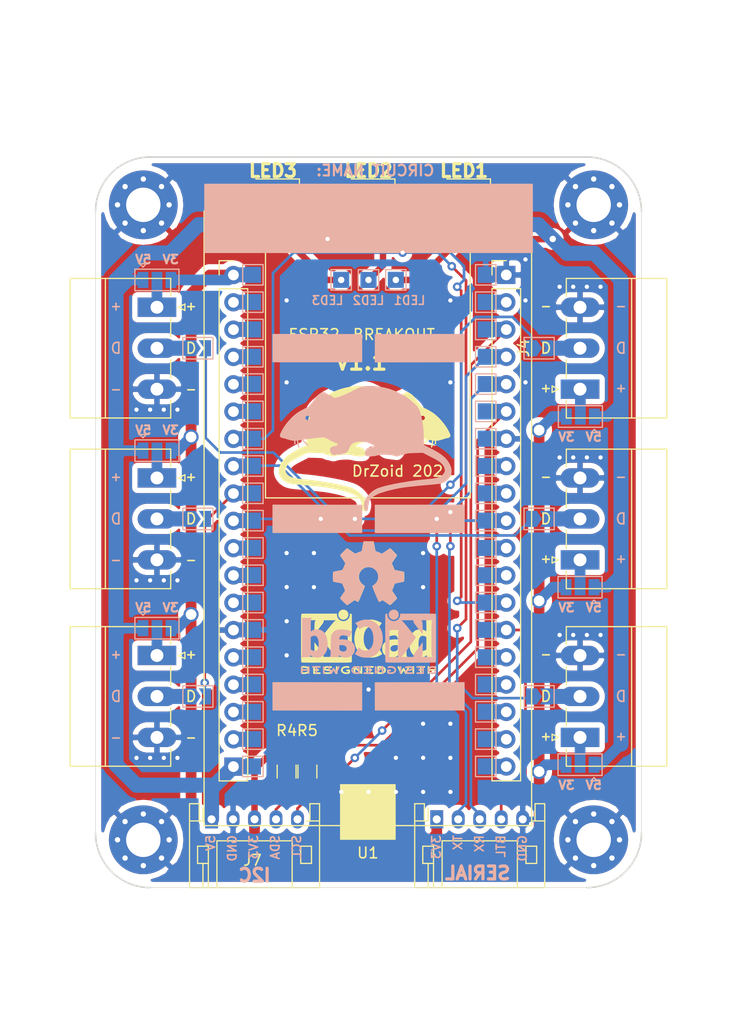
<source format=kicad_pcb>
(kicad_pcb (version 20171130) (host pcbnew "(5.1.7)-1")
  (layers (0 F.Cu signal) (31 B.Cu signal) (34 B.Paste user hide) (35 F.Paste user hide) (36 B.SilkS user hide) (37 F.SilkS user hide) (38 B.Mask user) (39 F.Mask user) (44 Edge.Cuts user))
  (net 0 "")
  (net 1 GND)
  (net 2 5V)
  (net 3 SDA)
  (net 4 SCL)
  (net 5 3V3)
  (net 6 "Net-(D1-Pad2)")
  (net 7 "Net-(JP1-Pad1)")
  (net 8 "Net-(D2-Pad2)")
  (net 9 RELAY_TRIGGER)
  (net 10 "Net-(JP2-Pad1)")
  (net 11 "Net-(J1-Pad1)")
  (net 12 TEMP_SENSOR)
  (net 13 "Net-(J2-Pad2)")
  (net 14 "Net-(J3-Pad1)")
  (net 15 CURRENT_SENSOR)
  (net 16 "Net-(J4-Pad1)")
  (net 17 LED_DATA)
  (net 18 "Net-(J5-Pad1)")
  (net 19 TX)
  (net 20 RX)
  (net 21 GPIO0)
  (net 22 "Net-(U1-Pad21)")
  (net 23 "Net-(U1-Pad28)")
  (net 24 "Net-(U1-Pad31)")
  (net 25 "Net-(U1-Pad34)")
  (net 26 "Net-(U1-Pad36)")
  (net 27 "Net-(U1-Pad37)")
  (net 28 "Net-(U1-Pad38)")
  (net 29 "Net-(U1-Pad27)")
  (net 30 "Net-(U1-Pad30)")
  (net 31 "Net-(U1-Pad2)")
  (net 32 "Net-(U1-Pad3)")
  (net 33 "Net-(U1-Pad5)")
  (net 34 "Net-(U1-Pad4)")
  (net 35 "Net-(U1-Pad12)")
  (net 36 "Net-(U1-Pad15)")
  (net 37 "Net-(U1-Pad17)")
  (net 38 "Net-(U1-Pad18)")
  (net 39 "Net-(U1-Pad13)")
  (net 40 "Net-(U1-Pad11)")
  (net 41 "Net-(U1-Pad16)")
  (net 42 "Net-(U1-Pad6)")
  (net 43 "Net-(J1-Pad2)")
  (net 44 "Net-(J3-Pad2)")
  (net 45 "Net-(J4-Pad2)")
  (net 46 "Net-(J5-Pad2)")
  (net 47 "Net-(J2-Pad1)")
  (net 48 "Net-(J6-Pad1)")
  (net 49 "Net-(J6-Pad2)")
  (net 50 "Net-(D3-Pad2)")
  (net 51 "Net-(JP15-Pad1)")
  (net 52 GPIO26)
  (net 53 GPIO5)
  (net 54 GPIO4)
  (net 55 GPIO15)
  (module "drz-lib:esp32 38pin azdelivery" (layer F.Cu) (at 54.55 44.4)
    (fp_text reference U1 (at 0 31.115) (layer F.SilkS))
    (fp_text value ESP32-38pins)
    (pad 20 thru_hole rect (at 12.883 -22.6396) (size 1.7 1.7) (drill 1) (layers *.Cu *.Mask) (net 1 GND))
    (pad 21 thru_hole oval (at 12.883 -20.0996) (size 1.7 1.7) (drill 1) (layers *.Cu *.Mask) (net 22 "Net-(U1-Pad21)"))
    (pad 22 thru_hole oval (at 12.883 -17.5596) (size 1.7 1.7) (drill 1) (layers *.Cu *.Mask) (net 4 SCL))
    (pad 28 thru_hole oval (at 12.883 -2.3196) (size 1.7 1.7) (drill 1) (layers *.Cu *.Mask) (net 23 "Net-(U1-Pad28)"))
    (pad 24 thru_hole oval (at 12.883 -12.4796) (size 1.7 1.7) (drill 1) (layers *.Cu *.Mask) (net 20 RX))
    (pad 23 thru_hole oval (at 12.883 -15.0196) (size 1.7 1.7) (drill 1) (layers *.Cu *.Mask) (net 19 TX))
    (pad 26 thru_hole oval (at 12.883 -7.3996) (size 1.7 1.7) (drill 1) (layers *.Cu *.Mask) (net 1 GND))
    (pad 33 thru_hole oval (at 12.883 10.3804) (size 1.7 1.7) (drill 1) (layers *.Cu *.Mask) (net 21 GPIO0))
    (pad 31 thru_hole oval (at 12.883 5.3004) (size 1.7 1.7) (drill 1) (layers *.Cu *.Mask) (net 24 "Net-(U1-Pad31)"))
    (pad 34 thru_hole oval (at 12.883 12.9204) (size 1.7 1.7) (drill 1) (layers *.Cu *.Mask) (net 25 "Net-(U1-Pad34)"))
    (pad 36 thru_hole oval (at 12.883 18.0004) (size 1.7 1.7) (drill 1) (layers *.Cu *.Mask) (net 26 "Net-(U1-Pad36)"))
    (pad 37 thru_hole oval (at 12.883 20.5404) (size 1.7 1.7) (drill 1) (layers *.Cu *.Mask) (net 27 "Net-(U1-Pad37)"))
    (pad 32 thru_hole oval (at 12.883 7.8404) (size 1.7 1.7) (drill 1) (layers *.Cu *.Mask) (net 54 GPIO4))
    (pad 38 thru_hole oval (at 12.883 23.0804) (size 1.7 1.7) (drill 1) (layers *.Cu *.Mask) (net 28 "Net-(U1-Pad38)"))
    (pad 27 thru_hole oval (at 12.883 -4.8596) (size 1.7 1.7) (drill 1) (layers *.Cu *.Mask) (net 29 "Net-(U1-Pad27)"))
    (pad 29 thru_hole oval (at 12.883 0.2204) (size 1.7 1.7) (drill 1) (layers *.Cu *.Mask) (net 53 GPIO5))
    (pad 30 thru_hole oval (at 12.883 2.7604) (size 1.7 1.7) (drill 1) (layers *.Cu *.Mask) (net 30 "Net-(U1-Pad30)"))
    (pad 35 thru_hole oval (at 12.883 15.4604) (size 1.7 1.7) (drill 1) (layers *.Cu *.Mask) (net 55 GPIO15))
    (pad 25 thru_hole oval (at 12.883 -9.9396) (size 1.7 1.7) (drill 1) (layers *.Cu *.Mask) (net 3 SDA))
    (pad 1 thru_hole circle (at -12.5095 -22.6314) (size 1.7 1.7) (drill 1) (layers *.Cu *.Mask) (net 5 3V3))
    (pad 2 thru_hole oval (at -12.5095 -20.0914) (size 1.7 1.7) (drill 1) (layers *.Cu *.Mask) (net 31 "Net-(U1-Pad2)"))
    (pad 3 thru_hole oval (at -12.5095 -17.5514) (size 1.7 1.7) (drill 1) (layers *.Cu *.Mask) (net 32 "Net-(U1-Pad3)"))
    (pad 9 thru_hole oval (at -12.5095 -2.3114) (size 1.7 1.7) (drill 1) (layers *.Cu *.Mask) (net 17 LED_DATA))
    (pad 5 thru_hole oval (at -12.5095 -12.4714) (size 1.7 1.7) (drill 1) (layers *.Cu *.Mask) (net 33 "Net-(U1-Pad5)"))
    (pad 4 thru_hole oval (at -12.5095 -15.0114) (size 1.7 1.7) (drill 1) (layers *.Cu *.Mask) (net 34 "Net-(U1-Pad4)"))
    (pad 7 thru_hole oval (at -12.5095 -7.3914) (size 1.7 1.7) (drill 1) (layers *.Cu *.Mask) (net 9 RELAY_TRIGGER))
    (pad 14 thru_hole oval (at -12.5095 10.3886) (size 1.7 1.7) (drill 1) (layers *.Cu *.Mask) (net 1 GND))
    (pad 12 thru_hole oval (at -12.5095 5.3086) (size 1.7 1.7) (drill 1) (layers *.Cu *.Mask) (net 35 "Net-(U1-Pad12)"))
    (pad 15 thru_hole oval (at -12.5095 12.9286) (size 1.7 1.7) (drill 1) (layers *.Cu *.Mask) (net 36 "Net-(U1-Pad15)"))
    (pad 17 thru_hole oval (at -12.5095 18.0086) (size 1.7 1.7) (drill 1) (layers *.Cu *.Mask) (net 37 "Net-(U1-Pad17)"))
    (pad 18 thru_hole oval (at -12.5095 20.5486) (size 1.7 1.7) (drill 1) (layers *.Cu *.Mask) (net 38 "Net-(U1-Pad18)"))
    (pad 13 thru_hole oval (at -12.5095 7.8486) (size 1.7 1.7) (drill 1) (layers *.Cu *.Mask) (net 39 "Net-(U1-Pad13)"))
    (pad 19 thru_hole rect (at -12.5095 23.0886) (size 1.7 1.7) (drill 1) (layers *.Cu *.Mask) (net 2 5V))
    (pad 8 thru_hole oval (at -12.5095 -4.8514) (size 1.7 1.7) (drill 1) (layers *.Cu *.Mask) (net 15 CURRENT_SENSOR))
    (pad 10 thru_hole oval (at -12.5095 0.2286) (size 1.7 1.7) (drill 1) (layers *.Cu *.Mask) (net 52 GPIO26))
    (pad 11 thru_hole oval (at -12.5095 2.7686) (size 1.7 1.7) (drill 1) (layers *.Cu *.Mask) (net 40 "Net-(U1-Pad11)"))
    (pad 16 thru_hole oval (at -12.5095 15.4686) (size 1.7 1.7) (drill 1) (layers *.Cu *.Mask) (net 41 "Net-(U1-Pad16)"))
    (pad 6 thru_hole oval (at -12.5095 -9.9314) (size 1.7 1.7) (drill 1) (layers *.Cu *.Mask) (net 42 "Net-(U1-Pad6)"))
  )
  (module Connectors_Phoenix:PhoenixContact_MC-G_03x3.81mm_Angled (layer F.Cu) (at 34.925 40.64 270)
    (fp_text reference J1 hide)
    (fp_text value TEMPERATURE)
    (pad 1 thru_hole rect (at 0 0 270) (size 1.8 3.6) (drill 1.2) (layers *.Cu *.Mask) (net 11 "Net-(J1-Pad1)"))
    (pad 2 thru_hole oval (at 3.81 0 270) (size 1.8 3.6) (drill 1.2) (layers *.Cu *.Mask) (net 43 "Net-(J1-Pad2)"))
    (pad 3 thru_hole oval (at 7.62 0 270) (size 1.8 3.6) (drill 1.2) (layers *.Cu *.Mask) (net 1 GND))
  )
  (module Connectors_Phoenix:PhoenixContact_MC-G_03x3.81mm_Angled (layer F.Cu) (at 34.925 57.15 270)
    (fp_text reference J2 hide)
    (fp_text value "LED DATA")
    (pad 1 thru_hole rect (at 0 0 270) (size 1.8 3.6) (drill 1.2) (layers *.Cu *.Mask) (net 47 "Net-(J2-Pad1)"))
    (pad 2 thru_hole oval (at 3.81 0 270) (size 1.8 3.6) (drill 1.2) (layers *.Cu *.Mask) (net 13 "Net-(J2-Pad2)"))
    (pad 3 thru_hole oval (at 7.62 0 270) (size 1.8 3.6) (drill 1.2) (layers *.Cu *.Mask) (net 1 GND))
  )
  (module Connectors_Phoenix:PhoenixContact_MC-G_03x3.81mm_Angled (layer F.Cu) (at 34.925 24.765 270)
    (fp_text reference J3 hide)
    (fp_text value UNK)
    (pad 1 thru_hole rect (at 0 0 270) (size 1.8 3.6) (drill 1.2) (layers *.Cu *.Mask) (net 14 "Net-(J3-Pad1)"))
    (pad 2 thru_hole oval (at 3.81 0 270) (size 1.8 3.6) (drill 1.2) (layers *.Cu *.Mask) (net 44 "Net-(J3-Pad2)"))
    (pad 3 thru_hole oval (at 7.62 0 270) (size 1.8 3.6) (drill 1.2) (layers *.Cu *.Mask) (net 1 GND))
  )
  (module Connectors_Phoenix:PhoenixContact_MC-G_03x3.81mm_Angled (layer F.Cu) (at 74.295 32.385 90)
    (fp_text reference J4 (at 3.81 -5.25 90) (layer F.SilkS))
    (fp_text value POWER)
    (pad 1 thru_hole rect (at 0 0 90) (size 1.8 3.6) (drill 1.2) (layers *.Cu *.Mask) (net 16 "Net-(J4-Pad1)"))
    (pad 2 thru_hole oval (at 3.81 0 90) (size 1.8 3.6) (drill 1.2) (layers *.Cu *.Mask) (net 45 "Net-(J4-Pad2)"))
    (pad 3 thru_hole oval (at 7.62 0 90) (size 1.8 3.6) (drill 1.2) (layers *.Cu *.Mask) (net 1 GND))
  )
  (module Connectors_Phoenix:PhoenixContact_MC-G_03x3.81mm_Angled (layer F.Cu) (at 74.295 48.26 90)
    (fp_text reference J5 hide)
    (fp_text value CURRENT)
    (pad 1 thru_hole rect (at 0 0 90) (size 1.8 3.6) (drill 1.2) (layers *.Cu *.Mask) (net 18 "Net-(J5-Pad1)"))
    (pad 2 thru_hole oval (at 3.81 0 90) (size 1.8 3.6) (drill 1.2) (layers *.Cu *.Mask) (net 46 "Net-(J5-Pad2)"))
    (pad 3 thru_hole oval (at 7.62 0 90) (size 1.8 3.6) (drill 1.2) (layers *.Cu *.Mask) (net 1 GND))
  )
  (module Connectors_Phoenix:PhoenixContact_MC-G_03x3.81mm_Angled (layer F.Cu) (at 74.295 64.77 90)
    (fp_text reference J6 hide)
    (fp_text value RELAY)
    (pad 1 thru_hole rect (at 0 0 90) (size 1.8 3.6) (drill 1.2) (layers *.Cu *.Mask) (net 48 "Net-(J6-Pad1)"))
    (pad 2 thru_hole oval (at 3.81 0 90) (size 1.8 3.6) (drill 1.2) (layers *.Cu *.Mask) (net 49 "Net-(J6-Pad2)"))
    (pad 3 thru_hole oval (at 7.62 0 90) (size 1.8 3.6) (drill 1.2) (layers *.Cu *.Mask) (net 1 GND))
  )
  (module Connectors_JST:JST_PH_S5B-PH-K_05x2.00mm_Angled (layer F.Cu) (at 60.96 72.39)
    (fp_text reference J8 hide)
    (fp_text value SERIAL (at 3.81 5 180) (layer B.SilkS) (effects (font (size 1.2 1.2) (thickness 0.3)) (justify mirror)))
    (pad 1 thru_hole rect (at 0 0) (size 1.2 1.7) (drill 0.75) (layers *.Cu *.Mask) (net 5 3V3))
    (pad 2 thru_hole oval (at 2 0) (size 1.2 1.7) (drill 0.75) (layers *.Cu *.Mask) (net 19 TX))
    (pad 3 thru_hole oval (at 4 0) (size 1.2 1.7) (drill 0.75) (layers *.Cu *.Mask) (net 20 RX))
    (pad 4 thru_hole oval (at 6 0) (size 1.2 1.7) (drill 0.75) (layers *.Cu *.Mask) (net 21 GPIO0))
    (pad 5 thru_hole oval (at 8 0) (size 1.2 1.7) (drill 0.75) (layers *.Cu *.Mask) (net 1 GND))
  )
  (module "Test points:TestPoint_Pad_1.5x1.5mm" (layer B.Cu) (at 52.07 22.215)
    (fp_text reference REF** hide)
    (fp_text value TestPoint_Pad_1.5x1.5mm)
    (pad 1 smd rect (at 0 0) (size 1.5 1.5) (layers B.Cu B.Mask) (net 51 "Net-(JP15-Pad1)"))
  )
  (module "Test points:TestPoint_Pad_1.5x1.5mm" (layer B.Cu) (at 54.61 22.225)
    (fp_text reference REF** hide)
    (fp_text value TestPoint_Pad_1.5x1.5mm)
    (pad 1 smd rect (at 0 0) (size 1.5 1.5) (layers B.Cu B.Mask) (net 10 "Net-(JP2-Pad1)"))
  )
  (module "Test points:TestPoint_Pad_1.5x1.5mm" (layer B.Cu) (at 57.1558 22.215)
    (fp_text reference REF** hide)
    (fp_text value TestPoint_Pad_1.5x1.5mm)
    (pad 1 smd rect (at 0 0) (size 1.5 1.5) (layers B.Cu B.Mask) (net 7 "Net-(JP1-Pad1)"))
  )
  (module Resistors_SMD:R_0805_HandSoldering (layer F.Cu) (at 45.72 16.5 180)
    (fp_text reference R3 (at 3.81 0) (layer F.SilkS))
    (fp_text value 51)
    (pad 1 smd rect (at -1.35 0 180) (size 1.5 1.3) (layers F.Cu F.Paste F.Mask) (net 51 "Net-(JP15-Pad1)"))
    (pad 2 smd rect (at 1.35 0 180) (size 1.5 1.3) (layers F.Cu F.Paste F.Mask) (net 50 "Net-(D3-Pad2)"))
  )
  (module Jumper:SolderJumper-2_P1.3mm_Open_RoundedPad1.0x1.5mm (layer F.Cu) (at 49.53 17.795 270)
    (fp_text reference JP15 hide)
    (fp_text value PLJP)
    (pad 2 smd custom (at 0.65 0 270) (size 1 0.5) (layers F.Cu F.Mask) (net 54 GPIO4) (options (clearance outline) (anchor rect)) (primitives (gr_circle (center 0 0.25) (end 0.5 0.25) (width 0)) (gr_circle (center 0 -0.25) (end 0.5 -0.25) (width 0)) (gr_poly (pts (xy 0 -0.75) (xy -0.5 -0.75) (xy -0.5 0.75) (xy 0 0.75)) (width 0))))
    (pad 1 smd custom (at -0.65 0 270) (size 1 0.5) (layers F.Cu F.Mask) (net 51 "Net-(JP15-Pad1)") (options (clearance outline) (anchor rect)) (primitives (gr_circle (center 0 0.25) (end 0.5 0.25) (width 0)) (gr_circle (center 0 -0.25) (end 0.5 -0.25) (width 0)) (gr_poly (pts (xy 0 -0.75) (xy 0.5 -0.75) (xy 0.5 0.75) (xy 0 0.75)) (width 0))))
  )
  (module LED_SMD:LED_1206_3216Metric_Pad1.42x1.75mm_HandSolder (layer F.Cu) (at 45.72 13.97 180)
    (fp_text reference D3 (at 3.81 0) (layer F.SilkS))
    (fp_text value RELAY)
    (pad 2 smd roundrect (at 1.4875 0 180) (size 1.425 1.75) (layers F.Cu F.Paste F.Mask) (roundrect_rratio 0.1754385964912281) (net 50 "Net-(D3-Pad2)"))
    (pad 1 smd roundrect (at -1.4875 0 180) (size 1.425 1.75) (layers F.Cu F.Paste F.Mask) (roundrect_rratio 0.1754385964912281) (net 1 GND))
  )
  (module "Test points:TestPoint_Pad_1.5x1.5mm" (layer B.Cu) (at 43.8538 67.47)
    (fp_text reference REF** hide)
    (fp_text value TestPoint_Pad_1.5x1.5mm)
    (pad 1 smd rect (at 0 0) (size 1.5 1.5) (layers B.Cu B.Mask) (net 2 5V))
  )
  (module "Test points:TestPoint_Pad_1.5x1.5mm" (layer B.Cu) (at 43.8538 64.93)
    (fp_text reference REF** hide)
    (fp_text value TestPoint_Pad_1.5x1.5mm)
    (pad 1 smd rect (at 0 0) (size 1.5 1.5) (layers B.Cu B.Mask) (net 38 "Net-(U1-Pad18)"))
  )
  (module "Test points:TestPoint_Pad_1.5x1.5mm" (layer B.Cu) (at 43.8538 62.39)
    (fp_text reference REF** hide)
    (fp_text value TestPoint_Pad_1.5x1.5mm)
    (pad 1 smd rect (at 0 0) (size 1.5 1.5) (layers B.Cu B.Mask) (net 37 "Net-(U1-Pad17)"))
  )
  (module "Test points:TestPoint_Pad_1.5x1.5mm" (layer B.Cu) (at 43.8538 59.85)
    (fp_text reference REF** hide)
    (fp_text value TestPoint_Pad_1.5x1.5mm)
    (pad 1 smd rect (at 0 0) (size 1.5 1.5) (layers B.Cu B.Mask) (net 41 "Net-(U1-Pad16)"))
  )
  (module "Test points:TestPoint_Pad_1.5x1.5mm" (layer B.Cu) (at 43.8538 57.31)
    (fp_text reference REF** hide)
    (fp_text value TestPoint_Pad_1.5x1.5mm)
    (pad 1 smd rect (at 0 0) (size 1.5 1.5) (layers B.Cu B.Mask) (net 36 "Net-(U1-Pad15)"))
  )
  (module "Test points:TestPoint_Pad_1.5x1.5mm" (layer B.Cu) (at 43.8538 54.77)
    (fp_text reference REF** hide)
    (fp_text value TestPoint_Pad_1.5x1.5mm)
    (pad 1 smd rect (at 0 0) (size 1.5 1.5) (layers B.Cu B.Mask) (net 1 GND))
  )
  (module "Test points:TestPoint_Pad_1.5x1.5mm" (layer B.Cu) (at 43.8538 52.23)
    (fp_text reference REF** hide)
    (fp_text value TestPoint_Pad_1.5x1.5mm)
    (pad 1 smd rect (at 0 0) (size 1.5 1.5) (layers B.Cu B.Mask) (net 39 "Net-(U1-Pad13)"))
  )
  (module "Test points:TestPoint_Pad_1.5x1.5mm" (layer B.Cu) (at 43.8538 49.69)
    (fp_text reference REF** hide)
    (fp_text value TestPoint_Pad_1.5x1.5mm)
    (pad 1 smd rect (at 0 0) (size 1.5 1.5) (layers B.Cu B.Mask) (net 35 "Net-(U1-Pad12)"))
  )
  (module "Test points:TestPoint_Pad_1.5x1.5mm" (layer B.Cu) (at 43.8538 47.15)
    (fp_text reference REF** hide)
    (fp_text value TestPoint_Pad_1.5x1.5mm)
    (pad 1 smd rect (at 0 0) (size 1.5 1.5) (layers B.Cu B.Mask) (net 40 "Net-(U1-Pad11)"))
  )
  (module "Test points:TestPoint_Pad_1.5x1.5mm" (layer B.Cu) (at 43.8538 44.61)
    (fp_text reference REF** hide)
    (fp_text value TestPoint_Pad_1.5x1.5mm)
    (pad 1 smd rect (at 0 0) (size 1.5 1.5) (layers B.Cu B.Mask) (net 52 GPIO26))
  )
  (module "Test points:TestPoint_Pad_1.5x1.5mm" (layer B.Cu) (at 43.8538 42.07)
    (fp_text reference REF** hide)
    (fp_text value TestPoint_Pad_1.5x1.5mm)
    (pad 1 smd rect (at 0 0) (size 1.5 1.5) (layers B.Cu B.Mask) (net 17 LED_DATA))
  )
  (module "Test points:TestPoint_Pad_1.5x1.5mm" (layer B.Cu) (at 43.8538 39.53)
    (fp_text reference REF** hide)
    (fp_text value TestPoint_Pad_1.5x1.5mm)
    (pad 1 smd rect (at 0 0) (size 1.5 1.5) (layers B.Cu B.Mask) (net 15 CURRENT_SENSOR))
  )
  (module "Test points:TestPoint_Pad_1.5x1.5mm" (layer B.Cu) (at 43.8538 36.99)
    (fp_text reference REF** hide)
    (fp_text value TestPoint_Pad_1.5x1.5mm)
    (pad 1 smd rect (at 0 0) (size 1.5 1.5) (layers B.Cu B.Mask) (net 9 RELAY_TRIGGER))
  )
  (module "Test points:TestPoint_Pad_1.5x1.5mm" (layer B.Cu) (at 43.8538 34.45)
    (fp_text reference REF** hide)
    (fp_text value TestPoint_Pad_1.5x1.5mm)
    (pad 1 smd rect (at 0 0) (size 1.5 1.5) (layers B.Cu B.Mask) (net 42 "Net-(U1-Pad6)"))
  )
  (module "Test points:TestPoint_Pad_1.5x1.5mm" (layer B.Cu) (at 43.8538 31.91)
    (fp_text reference REF** hide)
    (fp_text value TestPoint_Pad_1.5x1.5mm)
    (pad 1 smd rect (at 0 0) (size 1.5 1.5) (layers B.Cu B.Mask) (net 33 "Net-(U1-Pad5)"))
  )
  (module "Test points:TestPoint_Pad_1.5x1.5mm" (layer B.Cu) (at 43.8538 29.37)
    (fp_text reference REF** hide)
    (fp_text value TestPoint_Pad_1.5x1.5mm)
    (pad 1 smd rect (at 0 0) (size 1.5 1.5) (layers B.Cu B.Mask) (net 34 "Net-(U1-Pad4)"))
  )
  (module "Test points:TestPoint_Pad_1.5x1.5mm" (layer B.Cu) (at 43.8538 26.83)
    (fp_text reference REF** hide)
    (fp_text value TestPoint_Pad_1.5x1.5mm)
    (pad 1 smd rect (at 0 0) (size 1.5 1.5) (layers B.Cu B.Mask) (net 32 "Net-(U1-Pad3)"))
  )
  (module "Test points:TestPoint_Pad_1.5x1.5mm" (layer B.Cu) (at 43.8538 24.29)
    (fp_text reference REF** hide)
    (fp_text value TestPoint_Pad_1.5x1.5mm)
    (pad 1 smd rect (at 0 0) (size 1.5 1.5) (layers B.Cu B.Mask) (net 31 "Net-(U1-Pad2)"))
  )
  (module "Test points:TestPoint_Pad_1.5x1.5mm" (layer B.Cu) (at 43.8538 21.75)
    (fp_text reference REF** hide)
    (fp_text value TestPoint_Pad_1.5x1.5mm)
    (pad 1 smd rect (at 0 0) (size 1.5 1.5) (layers B.Cu B.Mask) (net 5 3V3))
  )
  (module "Test points:TestPoint_Pad_1.5x1.5mm" (layer B.Cu) (at 65.52 21.75)
    (fp_text reference REF** hide)
    (fp_text value TestPoint_Pad_1.5x1.5mm)
    (pad 1 smd rect (at 0 0) (size 1.5 1.5) (layers B.Cu B.Mask) (net 1 GND))
  )
  (module "Test points:TestPoint_Pad_1.5x1.5mm" (layer B.Cu) (at 65.52 24.29)
    (fp_text reference REF** hide)
    (fp_text value TestPoint_Pad_1.5x1.5mm)
    (pad 1 smd rect (at 0 0) (size 1.5 1.5) (layers B.Cu B.Mask) (net 22 "Net-(U1-Pad21)"))
  )
  (module "Test points:TestPoint_Pad_1.5x1.5mm" (layer B.Cu) (at 65.52 26.83)
    (fp_text reference REF** hide)
    (fp_text value TestPoint_Pad_1.5x1.5mm)
    (pad 1 smd rect (at 0 0) (size 1.5 1.5) (layers B.Cu B.Mask) (net 4 SCL))
  )
  (module "Test points:TestPoint_Pad_1.5x1.5mm" (layer B.Cu) (at 65.52 29.37)
    (fp_text reference REF** hide)
    (fp_text value TestPoint_Pad_1.5x1.5mm)
    (pad 1 smd rect (at 0 0) (size 1.5 1.5) (layers B.Cu B.Mask) (net 19 TX))
  )
  (module "Test points:TestPoint_Pad_1.5x1.5mm" (layer B.Cu) (at 65.52 31.91)
    (fp_text reference REF** hide)
    (fp_text value TestPoint_Pad_1.5x1.5mm)
    (pad 1 smd rect (at 0 0) (size 1.5 1.5) (layers B.Cu B.Mask) (net 20 RX))
  )
  (module "Test points:TestPoint_Pad_1.5x1.5mm" (layer B.Cu) (at 65.52 34.45)
    (fp_text reference REF** hide)
    (fp_text value TestPoint_Pad_1.5x1.5mm)
    (pad 1 smd rect (at 0 0) (size 1.5 1.5) (layers B.Cu B.Mask) (net 3 SDA))
  )
  (module "Test points:TestPoint_Pad_1.5x1.5mm" (layer B.Cu) (at 65.52 36.99)
    (fp_text reference REF** hide)
    (fp_text value TestPoint_Pad_1.5x1.5mm)
    (pad 1 smd rect (at 0 0) (size 1.5 1.5) (layers B.Cu B.Mask) (net 1 GND))
  )
  (module "Test points:TestPoint_Pad_1.5x1.5mm" (layer B.Cu) (at 65.52 39.53)
    (fp_text reference REF** hide)
    (fp_text value TestPoint_Pad_1.5x1.5mm)
    (pad 1 smd rect (at 0 0) (size 1.5 1.5) (layers B.Cu B.Mask) (net 29 "Net-(U1-Pad27)"))
  )
  (module "Test points:TestPoint_Pad_1.5x1.5mm" (layer B.Cu) (at 65.52 42.07)
    (fp_text reference REF** hide)
    (fp_text value TestPoint_Pad_1.5x1.5mm)
    (pad 1 smd rect (at 0 0) (size 1.5 1.5) (layers B.Cu B.Mask) (net 23 "Net-(U1-Pad28)"))
  )
  (module "Test points:TestPoint_Pad_1.5x1.5mm" (layer B.Cu) (at 65.52 44.61)
    (fp_text reference REF** hide)
    (fp_text value TestPoint_Pad_1.5x1.5mm)
    (pad 1 smd rect (at 0 0) (size 1.5 1.5) (layers B.Cu B.Mask) (net 53 GPIO5))
  )
  (module "Test points:TestPoint_Pad_1.5x1.5mm" (layer B.Cu) (at 65.52 47.15)
    (fp_text reference REF** hide)
    (fp_text value TestPoint_Pad_1.5x1.5mm)
    (pad 1 smd rect (at 0 0) (size 1.5 1.5) (layers B.Cu B.Mask) (net 30 "Net-(U1-Pad30)"))
  )
  (module "Test points:TestPoint_Pad_1.5x1.5mm" (layer B.Cu) (at 65.52 49.69)
    (fp_text reference REF** hide)
    (fp_text value TestPoint_Pad_1.5x1.5mm)
    (pad 1 smd rect (at 0 0) (size 1.5 1.5) (layers B.Cu B.Mask) (net 24 "Net-(U1-Pad31)"))
  )
  (module "Test points:TestPoint_Pad_1.5x1.5mm" (layer B.Cu) (at 65.52 52.23)
    (fp_text reference REF** hide)
    (fp_text value TestPoint_Pad_1.5x1.5mm)
    (pad 1 smd rect (at 0 0) (size 1.5 1.5) (layers B.Cu B.Mask) (net 54 GPIO4))
  )
  (module "Test points:TestPoint_Pad_1.5x1.5mm" (layer B.Cu) (at 65.52 54.77)
    (fp_text reference REF** hide)
    (fp_text value TestPoint_Pad_1.5x1.5mm)
    (pad 1 smd rect (at 0 0) (size 1.5 1.5) (layers B.Cu B.Mask) (net 21 GPIO0))
  )
  (module "Test points:TestPoint_Pad_1.5x1.5mm" (layer B.Cu) (at 65.52 57.31)
    (fp_text reference REF** hide)
    (fp_text value TestPoint_Pad_1.5x1.5mm)
    (pad 1 smd rect (at 0 0) (size 1.5 1.5) (layers B.Cu B.Mask) (net 25 "Net-(U1-Pad34)"))
  )
  (module "Test points:TestPoint_Pad_1.5x1.5mm" (layer B.Cu) (at 65.52 59.85)
    (fp_text reference REF** hide)
    (fp_text value TestPoint_Pad_1.5x1.5mm)
    (pad 1 smd rect (at 0 0) (size 1.5 1.5) (layers B.Cu B.Mask) (net 55 GPIO15))
  )
  (module "Test points:TestPoint_Pad_1.5x1.5mm" (layer B.Cu) (at 65.52 62.39)
    (fp_text reference REF** hide)
    (fp_text value TestPoint_Pad_1.5x1.5mm)
    (pad 1 smd rect (at 0 0) (size 1.5 1.5) (layers B.Cu B.Mask) (net 26 "Net-(U1-Pad36)"))
  )
  (module "Test points:TestPoint_Pad_1.5x1.5mm" (layer B.Cu) (at 65.52 64.93)
    (fp_text reference REF** hide)
    (fp_text value TestPoint_Pad_1.5x1.5mm)
    (pad 1 smd rect (at 0 0) (size 1.5 1.5) (layers B.Cu B.Mask) (net 27 "Net-(U1-Pad37)"))
  )
  (module "Test points:TestPoint_Pad_1.5x1.5mm" (layer B.Cu) (at 65.52 67.47)
    (fp_text reference REF** hide)
    (fp_text value TestPoint_Pad_1.5x1.5mm)
    (pad 1 smd rect (at 0 0) (size 1.5 1.5) (layers B.Cu B.Mask) (net 28 "Net-(U1-Pad38)"))
  )
  (module Connectors_JST:JST_PH_S5B-PH-K_05x2.00mm_Angled (layer F.Cu) (at 40.005 72.39)
    (fp_text reference J7 (at 3.81 3.81) (layer F.SilkS))
    (fp_text value I2C (at 4 5.207) (layer B.SilkS) (effects (font (size 1.2 1.2) (thickness 0.3)) (justify mirror)))
    (pad 1 thru_hole rect (at 0 0) (size 1.2 1.7) (drill 0.75) (layers *.Cu *.Mask) (net 2 5V))
    (pad 2 thru_hole oval (at 2 0) (size 1.2 1.7) (drill 0.75) (layers *.Cu *.Mask) (net 1 GND))
    (pad 3 thru_hole oval (at 4 0) (size 1.2 1.7) (drill 0.75) (layers *.Cu *.Mask) (net 5 3V3))
    (pad 4 thru_hole oval (at 6 0) (size 1.2 1.7) (drill 0.75) (layers *.Cu *.Mask) (net 3 SDA))
    (pad 5 thru_hole oval (at 8 0) (size 1.2 1.7) (drill 0.75) (layers *.Cu *.Mask) (net 4 SCL))
  )
  (module Jumper:SolderJumper-2_P1.3mm_Open_TrianglePad1.0x1.5mm (layer B.Cu) (at 38.735 28.575)
    (fp_text reference JP14 hide)
    (fp_text value SolderJumper_2_Open)
    (pad 1 smd custom (at -0.725 0) (size 0.3 0.3) (layers B.Cu B.Mask) (net 44 "Net-(J3-Pad2)") (options (clearance outline) (anchor rect)) (primitives (gr_poly (pts (xy -0.5 0.75) (xy 0.5 0.75) (xy 1 0) (xy 0.5 -0.75) (xy -0.5 -0.75)) (width 0))))
    (pad 2 smd custom (at 0.725 0) (size 0.3 0.3) (layers B.Cu B.Mask) (net 53 GPIO5) (options (clearance outline) (anchor rect)) (primitives (gr_poly (pts (xy -0.65 0.75) (xy 0.5 0.75) (xy 0.5 -0.75) (xy -0.65 -0.75) (xy -0.15 0)) (width 0))))
  )
  (module Jumper:SolderJumper-3_P1.3mm_Open_Pad1.0x1.5mm (layer B.Cu) (at 34.925 22.225)
    (fp_text reference JP13 hide)
    (fp_text value Jumper_3_Open)
    (pad 1 smd rect (at -1.3 0) (size 1 1.5) (layers B.Cu B.Mask) (net 2 5V))
    (pad 2 smd rect (at 0 0) (size 1 1.5) (layers B.Cu B.Mask) (net 14 "Net-(J3-Pad1)"))
    (pad 3 smd rect (at 1.3 0) (size 1 1.5) (layers B.Cu B.Mask) (net 5 3V3))
  )
  (module Jumper:SolderJumper-3_P1.3mm_Open_Pad1.0x1.5mm (layer B.Cu) (at 74.295 50.8 180)
    (fp_text reference JP10 hide)
    (fp_text value Jumper_3_Open)
    (pad 1 smd rect (at -1.3 0 180) (size 1 1.5) (layers B.Cu B.Mask) (net 2 5V))
    (pad 2 smd rect (at 0 0 180) (size 1 1.5) (layers B.Cu B.Mask) (net 18 "Net-(J5-Pad1)"))
    (pad 3 smd rect (at 1.3 0 180) (size 1 1.5) (layers B.Cu B.Mask) (net 5 3V3))
  )
  (module Jumper:SolderJumper-3_P1.3mm_Open_Pad1.0x1.5mm (layer B.Cu) (at 74.295 67.31 180)
    (fp_text reference JP12 hide)
    (fp_text value Jumper_3_Open)
    (pad 1 smd rect (at -1.3 0 180) (size 1 1.5) (layers B.Cu B.Mask) (net 2 5V))
    (pad 2 smd rect (at 0 0 180) (size 1 1.5) (layers B.Cu B.Mask) (net 48 "Net-(J6-Pad1)"))
    (pad 3 smd rect (at 1.3 0 180) (size 1 1.5) (layers B.Cu B.Mask) (net 5 3V3))
  )
  (module Jumper:SolderJumper-3_P1.3mm_Open_Pad1.0x1.5mm (layer B.Cu) (at 34.925 54.61)
    (fp_text reference JP11 hide)
    (fp_text value Jumper_3_Open)
    (pad 1 smd rect (at -1.3 0) (size 1 1.5) (layers B.Cu B.Mask) (net 2 5V))
    (pad 2 smd rect (at 0 0) (size 1 1.5) (layers B.Cu B.Mask) (net 47 "Net-(J2-Pad1)"))
    (pad 3 smd rect (at 1.3 0) (size 1 1.5) (layers B.Cu B.Mask) (net 5 3V3))
  )
  (module Jumper:SolderJumper-3_P1.3mm_Open_Pad1.0x1.5mm (layer B.Cu) (at 74.325 34.925 180)
    (fp_text reference JP9 hide)
    (fp_text value Jumper_3_Open)
    (pad 1 smd rect (at -1.3 0 180) (size 1 1.5) (layers B.Cu B.Mask) (net 2 5V))
    (pad 2 smd rect (at 0 0 180) (size 1 1.5) (layers B.Cu B.Mask) (net 16 "Net-(J4-Pad1)"))
    (pad 3 smd rect (at 1.3 0 180) (size 1 1.5) (layers B.Cu B.Mask) (net 5 3V3))
  )
  (module Jumper:SolderJumper-3_P1.3mm_Open_Pad1.0x1.5mm (layer B.Cu) (at 34.925 38.1)
    (fp_text reference JP8 hide)
    (fp_text value Jumper_3_Open)
    (pad 1 smd rect (at -1.3 0) (size 1 1.5) (layers B.Cu B.Mask) (net 2 5V))
    (pad 2 smd rect (at 0 0) (size 1 1.5) (layers B.Cu B.Mask) (net 11 "Net-(J1-Pad1)"))
    (pad 3 smd rect (at 1.3 0) (size 1 1.5) (layers B.Cu B.Mask) (net 5 3V3))
  )
  (module Jumper:SolderJumper-2_P1.3mm_Open_TrianglePad1.0x1.5mm (layer B.Cu) (at 70.485 60.96)
    (fp_text reference JP7 hide)
    (fp_text value D)
    (pad 1 smd custom (at -0.725 0) (size 0.3 0.3) (layers B.Cu B.Mask) (net 9 RELAY_TRIGGER) (options (clearance outline) (anchor rect)) (primitives (gr_poly (pts (xy -0.5 0.75) (xy 0.5 0.75) (xy 1 0) (xy 0.5 -0.75) (xy -0.5 -0.75)) (width 0))))
    (pad 2 smd custom (at 0.725 0) (size 0.3 0.3) (layers B.Cu B.Mask) (net 49 "Net-(J6-Pad2)") (options (clearance outline) (anchor rect)) (primitives (gr_poly (pts (xy -0.65 0.75) (xy 0.5 0.75) (xy 0.5 -0.75) (xy -0.65 -0.75) (xy -0.15 0)) (width 0))))
  )
  (module Jumper:SolderJumper-2_P1.3mm_Open_TrianglePad1.0x1.5mm (layer B.Cu) (at 70.485 44.45)
    (fp_text reference JP6 hide)
    (fp_text value D)
    (pad 1 smd custom (at -0.725 0) (size 0.3 0.3) (layers B.Cu B.Mask) (net 15 CURRENT_SENSOR) (options (clearance outline) (anchor rect)) (primitives (gr_poly (pts (xy -0.5 0.75) (xy 0.5 0.75) (xy 1 0) (xy 0.5 -0.75) (xy -0.5 -0.75)) (width 0))))
    (pad 2 smd custom (at 0.725 0) (size 0.3 0.3) (layers B.Cu B.Mask) (net 46 "Net-(J5-Pad2)") (options (clearance outline) (anchor rect)) (primitives (gr_poly (pts (xy -0.65 0.75) (xy 0.5 0.75) (xy 0.5 -0.75) (xy -0.65 -0.75) (xy -0.15 0)) (width 0))))
  )
  (module Jumper:SolderJumper-2_P1.3mm_Open_TrianglePad1.0x1.5mm (layer B.Cu) (at 70.485 28.575)
    (fp_text reference JP4 hide)
    (fp_text value D)
    (pad 1 smd custom (at -0.725 0) (size 0.3 0.3) (layers B.Cu B.Mask) (net 52 GPIO26) (options (clearance outline) (anchor rect)) (primitives (gr_poly (pts (xy -0.5 0.75) (xy 0.5 0.75) (xy 1 0) (xy 0.5 -0.75) (xy -0.5 -0.75)) (width 0))))
    (pad 2 smd custom (at 0.725 0) (size 0.3 0.3) (layers B.Cu B.Mask) (net 45 "Net-(J4-Pad2)") (options (clearance outline) (anchor rect)) (primitives (gr_poly (pts (xy -0.65 0.75) (xy 0.5 0.75) (xy 0.5 -0.75) (xy -0.65 -0.75) (xy -0.15 0)) (width 0))))
  )
  (module Jumper:SolderJumper-2_P1.3mm_Open_TrianglePad1.0x1.5mm (layer B.Cu) (at 38.735 60.96)
    (fp_text reference JP5 hide)
    (fp_text value SolderJumper_2_Open)
    (pad 1 smd custom (at -0.725 0) (size 0.3 0.3) (layers B.Cu B.Mask) (net 13 "Net-(J2-Pad2)") (options (clearance outline) (anchor rect)) (primitives (gr_poly (pts (xy -0.5 0.75) (xy 0.5 0.75) (xy 1 0) (xy 0.5 -0.75) (xy -0.5 -0.75)) (width 0))))
    (pad 2 smd custom (at 0.725 0) (size 0.3 0.3) (layers B.Cu B.Mask) (net 17 LED_DATA) (options (clearance outline) (anchor rect)) (primitives (gr_poly (pts (xy -0.65 0.75) (xy 0.5 0.75) (xy 0.5 -0.75) (xy -0.65 -0.75) (xy -0.15 0)) (width 0))))
  )
  (module Jumper:SolderJumper-2_P1.3mm_Open_TrianglePad1.0x1.5mm (layer B.Cu) (at 38.735 44.45)
    (fp_text reference JP3 hide)
    (fp_text value SolderJumper_2_Open)
    (pad 1 smd custom (at -0.725 0) (size 0.3 0.3) (layers B.Cu B.Mask) (net 43 "Net-(J1-Pad2)") (options (clearance outline) (anchor rect)) (primitives (gr_poly (pts (xy -0.5 0.75) (xy 0.5 0.75) (xy 1 0) (xy 0.5 -0.75) (xy -0.5 -0.75)) (width 0))))
    (pad 2 smd custom (at 0.725 0) (size 0.3 0.3) (layers B.Cu B.Mask) (net 12 TEMP_SENSOR) (options (clearance outline) (anchor rect)) (primitives (gr_poly (pts (xy -0.65 0.75) (xy 0.5 0.75) (xy 0.5 -0.75) (xy -0.65 -0.75) (xy -0.15 0)) (width 0))))
  )
  (module Resistors_SMD:R_0805_HandSoldering (layer F.Cu) (at 54.61 16.51 180)
    (fp_text reference R2 (at 3.5195 0 unlocked) (layer F.SilkS))
    (fp_text value 51)
    (pad 1 smd rect (at -1.35 0 180) (size 1.5 1.3) (layers F.Cu F.Paste F.Mask) (net 10 "Net-(JP2-Pad1)"))
    (pad 2 smd rect (at 1.35 0 180) (size 1.5 1.3) (layers F.Cu F.Paste F.Mask) (net 8 "Net-(D2-Pad2)"))
  )
  (module Jumper:SolderJumper-2_P1.3mm_Open_RoundedPad1.0x1.5mm (layer F.Cu) (at 58.42 17.78 270)
    (fp_text reference JP2 hide)
    (fp_text value PLJP)
    (pad 2 smd custom (at 0.65 0 270) (size 1 0.5) (layers F.Cu F.Mask) (net 9 RELAY_TRIGGER) (options (clearance outline) (anchor rect)) (primitives (gr_circle (center 0 0.25) (end 0.5 0.25) (width 0)) (gr_circle (center 0 -0.25) (end 0.5 -0.25) (width 0)) (gr_poly (pts (xy 0 -0.75) (xy -0.5 -0.75) (xy -0.5 0.75) (xy 0 0.75)) (width 0))))
    (pad 1 smd custom (at -0.65 0 270) (size 1 0.5) (layers F.Cu F.Mask) (net 10 "Net-(JP2-Pad1)") (options (clearance outline) (anchor rect)) (primitives (gr_circle (center 0 0.25) (end 0.5 0.25) (width 0)) (gr_circle (center 0 -0.25) (end 0.5 -0.25) (width 0)) (gr_poly (pts (xy 0 -0.75) (xy 0.5 -0.75) (xy 0.5 0.75) (xy 0 0.75)) (width 0))))
  )
  (module LED_SMD:LED_1206_3216Metric_Pad1.42x1.75mm_HandSolder (layer F.Cu) (at 54.61 13.97 180)
    (fp_text reference D2 (at 3.5195 0 unlocked) (layer F.SilkS))
    (fp_text value RELAY)
    (pad 2 smd roundrect (at 1.4875 0 180) (size 1.425 1.75) (layers F.Cu F.Paste F.Mask) (roundrect_rratio 0.1754385964912281) (net 8 "Net-(D2-Pad2)"))
    (pad 1 smd roundrect (at -1.4875 0 180) (size 1.425 1.75) (layers F.Cu F.Paste F.Mask) (roundrect_rratio 0.1754385964912281) (net 1 GND))
  )
  (module Symbols:OSHW-Symbol_6.7x6mm_SilkScreen (layer F.Cu) (at 54.6158 49.52)
    (fp_text reference REF*** hide)
    (fp_text value OSHW-Symbol_6.7x6mm_SilkScreen hide)
  )
  (module Symbols:KiCad-Logo2_6mm_SilkScreen (layer F.Cu) (at 54.6158 55.87)
    (fp_text reference REF*** hide)
    (fp_text value KiCad-Logo2_6mm_SilkScreen hide)
  )
  (module Symbols:OSHW-Symbol_6.7x6mm_SilkScreen (layer B.Cu) (at 54.6158 49.52 180)
    (fp_text reference REF*** hide)
    (fp_text value OSHW-Symbol_6.7x6mm_SilkScreen hide)
  )
  (module Symbols:KiCad-Logo2_6mm_SilkScreen (layer B.Cu) (at 54.6158 55.87 180)
    (fp_text reference REF*** hide)
    (fp_text value KiCad-Logo2_6mm_SilkScreen hide)
  )
  (module zillo-mini-devkit:LOGO_RAT (layer B.Cu) (at 54.6158 35.55 180)
    (fp_text reference REF** hide)
    (fp_text value LOGO_RAT hide)
    (fp_poly (pts (xy -5.538 1.139) (xy -5.449 1.185) (xy -5.185 0.762) (xy -5.212 0.744) (xy -5.234 0.727) (xy -5.257 0.705) (xy -5.272 0.688) (xy -5.287 0.667) (xy -5.299 0.647) (xy -5.308 0.63) (xy -5.316 0.613) (xy -5.321 0.599) (xy -5.325 0.583) (xy -5.328 0.571) (xy -5.332 0.552) (xy -5.334 0.54) (xy -5.337 0.523) (xy -5.338 0.511) (xy -5.338 0.496) (xy -5.338 0.481) (xy -5.337 0.465) (xy -5.334 0.446) (xy -5.329 0.423) (xy -5.324 0.407) (xy -5.318 0.389) (xy -5.309 0.368) (xy -5.295 0.343) (xy -5.284 0.326) (xy -5.271 0.309) (xy -5.258 0.293) (xy -5.242 0.278) (xy -5.209 0.251) (xy -5.188 0.238) (xy -5.171 0.229) (xy -5.152 0.221) (xy -5.131 0.213) (xy -5.102 0.205) (xy -5.055 0.198) (xy -5.017 0.198) (xy -4.973 0.204) (xy -4.935 0.216) (xy -4.902 0.23) (xy -4.875 0.246) (xy -4.858 0.258) (xy -4.828 0.283) (xy -4.797 0.317) (xy -4.78 0.342) (xy -4.76 0.38) (xy -4.75 0.41) (xy -4.745 0.431) (xy -4.74 0.458) (xy -4.737 0.5) (xy -4.739 0.536) (xy -4.748 0.579) (xy -4.765 0.625) (xy -4.783 0.66) (xy -4.809 0.694) (xy -4.821 0.707) (xy -4.838 0.723) (xy -4.848 0.732) (xy -4.87 0.748) (xy -4.893 0.762) (xy -4.905 0.768) (xy -4.92 0.776) (xy -4.931 0.78) (xy -4.95 0.786) (xy -4.96 0.789) (xy -4.972 0.792) (xy -4.982 0.794) (xy -4.995 0.796) (xy -5.012 0.798) (xy -5.03 0.799) (xy -5.057 0.799) (xy -5.082 0.797) (xy -5.118 0.791) (xy -5.144 0.782) (xy -5.163 0.773) (xy -5.178 0.765) (xy -5.181 0.763) (xy -5.446 1.187) (xy -5.281 1.275) (xy -5.061 1.366) (xy -4.953 1.428) (xy -4.85 1.501) (xy -4.748 1.609) (xy -4.627 1.758) (xy -4.477 1.97) (xy -4.354 2.148) (xy -4.203 2.346) (xy -4.084 2.486) (xy -3.995 2.577) (xy -3.867 2.674) (xy -3.758 2.737) (xy -3.653 2.787) (xy -3.57 2.799) (xy -3.514 2.79) (xy -3.438 2.759) (xy -3.322 2.696) (xy -3.227 2.625) (xy -3.133 2.569) (xy -3.048 2.546) (xy -2.949 2.511) (xy -2.871 2.464) (xy -2.807 2.412) (xy -2.704 2.332) (xy -2.634 2.278) (xy -2.558 2.267) (xy -2.444 2.269) (xy -2.295 2.305) (xy -2.023 2.383) (xy -1.618 2.542) (xy -1.359 2.658) (xy -0.899 2.875) (xy -0.469 3.089) (xy -0.308 3.17) (xy -0.114 3.247) (xy 0.046 3.297) (xy 0.225 3.338) (xy 0.385 3.358) (xy 0.528 3.366) (xy 0.69 3.373) (xy 0.8 3.372) (xy 0.993 3.37) (xy 1.135 3.364) (xy 1.278 3.35) (xy 1.497 3.328) (xy 1.639 3.308) (xy 1.864 3.27) (xy 2.015 3.24) (xy 2.212 3.194) (xy 2.357 3.155) (xy 2.604 3.085) (xy 2.79 3.017) (xy 3.089 2.904) (xy 3.604 2.649) (xy 4.017 2.422) (xy 4.139 2.347) (xy 4.406 2.134) (xy 4.908 1.685) (xy 5.073 1.519) (xy 5.141 1.417) (xy 5.221 1.283) (xy 5.313 1.118) (xy 5.373 0.92) (xy 5.437 0.676) (xy 5.519 0.295) (xy 5.572 0.008) (xy 5.614 -0.295) (xy 5.648 -0.668) (xy 5.673 -1.234) (xy 5.681 -2.081) (xy 5.713 -2.101) (xy 6.21 -2.347) (xy 6.613 -2.543) (xy 7.101 -2.825) (xy 7.337 -2.986) (xy 7.5 -3.11) (xy 7.675 -3.269) (xy 7.804 -3.397) (xy 7.902 -3.529) (xy 7.992 -3.661) (xy 8.075 -3.796) (xy 8.164 -3.99) (xy 8.23 -4.173) (xy 8.256 -4.327) (xy 8.261 -4.46) (xy 8.253 -4.58) (xy 8.229 -4.692) (xy 8.184 -4.818) (xy 8.116 -4.936) (xy 8.036 -5.05) (xy 7.893 -5.213) (xy 7.707 -5.347) (xy 7.552 -5.43) (xy 7.396 -5.484) (xy 7.101 -5.548) (xy 6.744 -5.587) (xy 5.63 -5.684) (xy 4.822 -5.765) (xy 4.469 -5.803) (xy 4.039 -5.855) (xy 3.653 -5.912) (xy 3.212 -5.995) (xy 2.763 -6.093) (xy 2.316 -6.207) (xy 1.981 -6.314) (xy 1.67 -6.409) (xy 1.497 -6.475) (xy 1.308 -6.57) (xy 1.137 -6.665) (xy 0.99 -6.76) (xy 0.879 -6.857) (xy 0.767 -6.965) (xy 0.687 -7.075) (xy 0.63 -7.199) (xy 0.585 -7.308) (xy 0.561 -7.422) (xy 0.532 -7.572) (xy 0.509 -7.711) (xy 0.492 -7.85) (xy 0.483 -7.923) (xy 0.476 -7.995) (xy 0.469 -8.031) (xy 0.455 -8.048) (xy 0.424 -8.076) (xy 0.415 -8.078) (xy 0.401 -8.06) (xy 0.392 -8.034) (xy 0.382 -8.001) (xy 0.365 -7.94) (xy 0.348 -7.876) (xy 0.329 -7.812) (xy 0.311 -7.728) (xy 0.31 -7.662) (xy 0.307 -7.579) (xy 0.317 -7.508) (xy 0.329 -7.435) (xy 0.352 -7.338) (xy 0.379 -7.259) (xy 0.411 -7.176) (xy 0.448 -7.1) (xy 0.501 -7.006) (xy 0.565 -6.905) (xy 0.648 -6.793) (xy 0.744 -6.688) (xy 0.813 -6.619) (xy 0.912 -6.52) (xy 1.043 -6.418) (xy 1.147 -6.335) (xy 1.252 -6.269) (xy 1.484 -6.145) (xy 1.731 -6.062) (xy 1.822 -6.033) (xy 1.969 -5.989) (xy 2.347 -5.886) (xy 2.9 -5.765) (xy 3.568 -5.635) (xy 4.475 -5.487) (xy 5.185 -5.39) (xy 5.635 -5.339) (xy 5.965 -5.31) (xy 6.499 -5.253) (xy 6.72 -5.227) (xy 6.932 -5.18) (xy 7.112 -5.134) (xy 7.232 -5.093) (xy 7.41 -5.005) (xy 7.542 -4.907) (xy 7.621 -4.828) (xy 7.699 -4.735) (xy 7.766 -4.629) (xy 7.811 -4.517) (xy 7.828 -4.423) (xy 7.83 -4.334) (xy 7.823 -4.249) (xy 7.801 -4.149) (xy 7.768 -4.062) (xy 7.684 -3.91) (xy 7.64 -3.849) (xy 7.589 -3.782) (xy 7.554 -3.738) (xy 7.502 -3.687) (xy 7.417 -3.596) (xy 7.341 -3.536) (xy 7.253 -3.479) (xy 7.122 -3.392) (xy 6.986 -3.308) (xy 6.821 -3.216) (xy 6.713 -3.161) (xy 6.489 -3.046) (xy 6.142 -2.87) (xy 5.879 -2.735) (xy 5.729 -2.661) (xy 5.704 -2.649) (xy 5.686 -2.648) (xy 5.355 -2.654) (xy 4.952 -2.663) (xy 4.588 -2.679) (xy 4.381 -2.69) (xy 4.207 -2.72) (xy 4.129 -2.732) (xy 4.046 -2.76) (xy 3.95 -2.798) (xy 3.89 -2.832) (xy 3.824 -2.859) (xy 3.761 -2.879) (xy 3.669 -2.887) (xy 3.572 -2.9) (xy 3.5 -2.91) (xy 3.469 -2.927) (xy 3.415 -2.962) (xy 3.366 -2.977) (xy 3.323 -2.984) (xy 3.266 -2.985) (xy 3.22 -2.984) (xy 3.159 -2.963) (xy 3.113 -2.951) (xy 3.037 -2.923) (xy 2.944 -2.898) (xy 2.816 -2.876) (xy 2.548 -2.846) (xy 2.41 -2.839) (xy 2.214 -2.825) (xy 2.012 -2.822) (xy 1.818 -2.83) (xy 1.628 -2.852) (xy 1.466 -2.88) (xy 1.306 -2.924) (xy 1.199 -2.948) (xy 1.078 -2.966) (xy 0.946 -2.977) (xy 0.789 -2.979) (xy 0.6 -2.977) (xy 0.518 -2.968) (xy 0.465 -2.954) (xy 0.438 -2.938) (xy 0.42 -2.917) (xy 0.408 -2.888) (xy 0.401 -2.853) (xy 0.396 -2.808) (xy 0.395 -2.757) (xy 0.4 -2.705) (xy 0.409 -2.656) (xy 0.433 -2.586) (xy 0.47 -2.519) (xy 0.528 -2.439) (xy 0.583 -2.398) (xy 0.645 -2.371) (xy 0.784 -2.329) (xy 1.06 -2.257) (xy 1.207 -2.216) (xy 1.292 -2.162) (xy 1.335 -2.129) (xy 1.348 -2.106) (xy 1.326 -2.07) (xy 1.272 -2.033) (xy 1.193 -1.992) (xy 1.065 -1.918) (xy 0.772 -1.773) (xy 0.581 -1.7) (xy 0.543 -1.685) (xy 0.435 -1.655) (xy 0.293 -1.632) (xy 0.084 -1.617) (xy -0.07 -1.617) (xy -0.356 -1.623) (xy -0.501 -1.643) (xy -0.623 -1.671) (xy -0.732 -1.713) (xy -0.85 -1.763) (xy -0.911 -1.796) (xy -0.979 -1.847) (xy -1.034 -1.899) (xy -1.104 -1.984) (xy -1.156 -2.052) (xy -1.206 -2.16) (xy -1.249 -2.261) (xy -1.301 -2.385) (xy -1.335 -2.457) (xy -1.371 -2.512) (xy -1.398 -2.551) (xy -1.415 -2.572) (xy -1.448 -2.604) (xy -1.488 -2.634) (xy -1.6 -2.705) (xy -1.727 -2.754) (xy -1.943 -2.781) (xy -2.146 -2.815) (xy -2.41 -2.838) (xy -2.572 -2.861) (xy -2.605 -2.874) (xy -2.633 -2.87) (xy -2.671 -2.848) (xy -2.709 -2.8) (xy -2.737 -2.764) (xy -2.78 -2.71) (xy -2.823 -2.636) (xy -2.848 -2.574) (xy -2.865 -2.509) (xy -2.864 -2.441) (xy -2.832 -2.37) (xy -2.784 -2.314) (xy -2.733 -2.284) (xy -2.667 -2.252) (xy -2.558 -2.228) (xy -2.397 -2.197) (xy -2.289 -2.163) (xy -2.22 -2.113) (xy -2.177 -2.07) (xy -2.148 -2.014) (xy -2.135 -1.965) (xy -2.132 -1.92) (xy -2.141 -1.869) (xy -2.15 -1.841) (xy -2.167 -1.823) (xy -2.19 -1.809) (xy -2.22 -1.79) (xy -2.295 -1.762) (xy -2.445 -1.709) (xy -2.62 -1.642) (xy -2.689 -1.613) (xy -2.783 -1.563) (xy -2.893 -1.504) (xy -3.193 -1.325) (xy -3.304 -1.275) (xy -3.489 -1.222) (xy -3.647 -1.211) (xy -3.752 -1.225) (xy -3.963 -1.24) (xy -4.406 -1.281) (xy -4.664 -1.315) (xy -4.924 -1.349) (xy -5.16 -1.381) (xy -5.425 -1.426) (xy -5.848 -1.481) (xy -5.978 -1.503) (xy -6.181 -1.521) (xy -6.342 -1.525) (xy -6.454 -1.515) (xy -6.546 -1.497) (xy -6.812 -1.421) (xy -7.015 -1.361) (xy -7.099 -1.332) (xy -7.222 -1.298) (xy -7.359 -1.274) (xy -7.424 -1.254) (xy -7.472 -1.228) (xy -7.504 -1.195) (xy -7.516 -1.15) (xy -7.518 -1.097) (xy -7.485 -1.014) (xy -7.428 -0.883) (xy -7.305 -0.646) (xy -7.167 -0.415) (xy -6.996 -0.171) (xy -6.874 -0.009) (xy -6.647 0.251) (xy -6.482 0.432) (xy -6.25 0.65) (xy -6.007 0.846) (xy -5.859 0.949) (xy -5.719 1.032) (xy -5.619 1.092)) (layer F.Cu) (width 0.1))
    (pad 1 smd circle (at -5.047 0.527 180) (size 0.6 0.6) (layers F.Cu F.Mask))
  )
  (module zillo-mini-devkit:LOGO_RAT (layer F.Cu) (at 53.9808 35.55)
    (fp_text reference REF** hide)
    (fp_text value LOGO_RAT)
    (fp_poly (pts (xy -5.538 -1.139) (xy -5.449 -1.185) (xy -5.185 -0.762) (xy -5.212 -0.744) (xy -5.234 -0.727) (xy -5.257 -0.705) (xy -5.272 -0.688) (xy -5.287 -0.667) (xy -5.299 -0.647) (xy -5.308 -0.63) (xy -5.316 -0.613) (xy -5.321 -0.599) (xy -5.325 -0.583) (xy -5.328 -0.571) (xy -5.332 -0.552) (xy -5.334 -0.54) (xy -5.337 -0.523) (xy -5.338 -0.511) (xy -5.338 -0.496) (xy -5.338 -0.481) (xy -5.337 -0.465) (xy -5.334 -0.446) (xy -5.329 -0.423) (xy -5.324 -0.407) (xy -5.318 -0.389) (xy -5.309 -0.368) (xy -5.295 -0.343) (xy -5.284 -0.326) (xy -5.271 -0.309) (xy -5.258 -0.293) (xy -5.242 -0.278) (xy -5.209 -0.251) (xy -5.188 -0.238) (xy -5.171 -0.229) (xy -5.152 -0.221) (xy -5.131 -0.213) (xy -5.102 -0.205) (xy -5.055 -0.198) (xy -5.017 -0.198) (xy -4.973 -0.204) (xy -4.935 -0.216) (xy -4.902 -0.23) (xy -4.875 -0.246) (xy -4.858 -0.258) (xy -4.828 -0.283) (xy -4.797 -0.317) (xy -4.78 -0.342) (xy -4.76 -0.38) (xy -4.75 -0.41) (xy -4.745 -0.431) (xy -4.74 -0.458) (xy -4.737 -0.5) (xy -4.739 -0.536) (xy -4.748 -0.579) (xy -4.765 -0.625) (xy -4.783 -0.66) (xy -4.809 -0.694) (xy -4.821 -0.707) (xy -4.838 -0.723) (xy -4.848 -0.732) (xy -4.87 -0.748) (xy -4.893 -0.762) (xy -4.905 -0.768) (xy -4.92 -0.776) (xy -4.931 -0.78) (xy -4.95 -0.786) (xy -4.96 -0.789) (xy -4.972 -0.792) (xy -4.982 -0.794) (xy -4.995 -0.796) (xy -5.012 -0.798) (xy -5.03 -0.799) (xy -5.057 -0.799) (xy -5.082 -0.797) (xy -5.118 -0.791) (xy -5.144 -0.782) (xy -5.163 -0.773) (xy -5.178 -0.765) (xy -5.181 -0.763) (xy -5.446 -1.187) (xy -5.281 -1.275) (xy -5.061 -1.366) (xy -4.953 -1.428) (xy -4.85 -1.501) (xy -4.748 -1.609) (xy -4.627 -1.758) (xy -4.477 -1.97) (xy -4.354 -2.148) (xy -4.203 -2.346) (xy -4.084 -2.486) (xy -3.995 -2.577) (xy -3.867 -2.674) (xy -3.758 -2.737) (xy -3.653 -2.787) (xy -3.57 -2.799) (xy -3.514 -2.79) (xy -3.438 -2.759) (xy -3.322 -2.696) (xy -3.227 -2.625) (xy -3.133 -2.569) (xy -3.048 -2.546) (xy -2.949 -2.511) (xy -2.871 -2.464) (xy -2.807 -2.412) (xy -2.704 -2.332) (xy -2.634 -2.278) (xy -2.558 -2.267) (xy -2.444 -2.269) (xy -2.295 -2.305) (xy -2.023 -2.383) (xy -1.618 -2.542) (xy -1.359 -2.658) (xy -0.899 -2.875) (xy -0.469 -3.089) (xy -0.308 -3.17) (xy -0.114 -3.247) (xy 0.046 -3.297) (xy 0.225 -3.338) (xy 0.385 -3.358) (xy 0.528 -3.366) (xy 0.69 -3.373) (xy 0.8 -3.372) (xy 0.993 -3.37) (xy 1.135 -3.364) (xy 1.278 -3.35) (xy 1.497 -3.328) (xy 1.639 -3.308) (xy 1.864 -3.27) (xy 2.015 -3.24) (xy 2.212 -3.194) (xy 2.357 -3.155) (xy 2.604 -3.085) (xy 2.79 -3.017) (xy 3.089 -2.904) (xy 3.604 -2.649) (xy 4.017 -2.422) (xy 4.139 -2.347) (xy 4.406 -2.134) (xy 4.908 -1.685) (xy 5.073 -1.519) (xy 5.141 -1.417) (xy 5.221 -1.283) (xy 5.313 -1.118) (xy 5.373 -0.92) (xy 5.437 -0.676) (xy 5.519 -0.295) (xy 5.572 -0.008) (xy 5.614 0.295) (xy 5.648 0.668) (xy 5.673 1.234) (xy 5.681 2.081) (xy 5.713 2.101) (xy 6.21 2.347) (xy 6.613 2.543) (xy 7.101 2.825) (xy 7.337 2.986) (xy 7.5 3.11) (xy 7.675 3.269) (xy 7.804 3.397) (xy 7.902 3.529) (xy 7.992 3.661) (xy 8.075 3.796) (xy 8.164 3.99) (xy 8.23 4.173) (xy 8.256 4.327) (xy 8.261 4.46) (xy 8.253 4.58) (xy 8.229 4.692) (xy 8.184 4.818) (xy 8.116 4.936) (xy 8.036 5.05) (xy 7.893 5.213) (xy 7.707 5.347) (xy 7.552 5.43) (xy 7.396 5.484) (xy 7.101 5.548) (xy 6.744 5.587) (xy 5.63 5.684) (xy 4.822 5.765) (xy 4.469 5.803) (xy 4.039 5.855) (xy 3.653 5.912) (xy 3.212 5.995) (xy 2.763 6.093) (xy 2.316 6.207) (xy 1.981 6.314) (xy 1.67 6.409) (xy 1.497 6.475) (xy 1.308 6.57) (xy 1.137 6.665) (xy 0.99 6.76) (xy 0.879 6.857) (xy 0.767 6.965) (xy 0.687 7.075) (xy 0.63 7.199) (xy 0.585 7.308) (xy 0.561 7.422) (xy 0.532 7.572) (xy 0.509 7.711) (xy 0.492 7.85) (xy 0.483 7.923) (xy 0.476 7.995) (xy 0.469 8.031) (xy 0.455 8.048) (xy 0.424 8.076) (xy 0.415 8.078) (xy 0.401 8.06) (xy 0.392 8.034) (xy 0.382 8.001) (xy 0.365 7.94) (xy 0.348 7.876) (xy 0.329 7.812) (xy 0.311 7.728) (xy 0.31 7.662) (xy 0.307 7.579) (xy 0.317 7.508) (xy 0.329 7.435) (xy 0.352 7.338) (xy 0.379 7.259) (xy 0.411 7.176) (xy 0.448 7.1) (xy 0.501 7.006) (xy 0.565 6.905) (xy 0.648 6.793) (xy 0.744 6.688) (xy 0.813 6.619) (xy 0.912 6.52) (xy 1.043 6.418) (xy 1.147 6.335) (xy 1.252 6.269) (xy 1.484 6.145) (xy 1.731 6.062) (xy 1.822 6.033) (xy 1.969 5.989) (xy 2.347 5.886) (xy 2.9 5.765) (xy 3.568 5.635) (xy 4.475 5.487) (xy 5.185 5.39) (xy 5.635 5.339) (xy 5.965 5.31) (xy 6.499 5.253) (xy 6.72 5.227) (xy 6.932 5.18) (xy 7.112 5.134) (xy 7.232 5.093) (xy 7.41 5.005) (xy 7.542 4.907) (xy 7.621 4.828) (xy 7.699 4.735) (xy 7.766 4.629) (xy 7.811 4.517) (xy 7.828 4.423) (xy 7.83 4.334) (xy 7.823 4.249) (xy 7.801 4.149) (xy 7.768 4.062) (xy 7.684 3.91) (xy 7.64 3.849) (xy 7.589 3.782) (xy 7.554 3.738) (xy 7.502 3.687) (xy 7.417 3.596) (xy 7.341 3.536) (xy 7.253 3.479) (xy 7.122 3.392) (xy 6.986 3.308) (xy 6.821 3.216) (xy 6.713 3.161) (xy 6.489 3.046) (xy 6.142 2.87) (xy 5.879 2.735) (xy 5.729 2.661) (xy 5.704 2.649) (xy 5.686 2.648) (xy 5.355 2.654) (xy 4.952 2.663) (xy 4.588 2.679) (xy 4.381 2.69) (xy 4.207 2.72) (xy 4.129 2.732) (xy 4.046 2.76) (xy 3.95 2.798) (xy 3.89 2.832) (xy 3.824 2.859) (xy 3.761 2.879) (xy 3.669 2.887) (xy 3.572 2.9) (xy 3.5 2.91) (xy 3.469 2.927) (xy 3.415 2.962) (xy 3.366 2.977) (xy 3.323 2.984) (xy 3.266 2.985) (xy 3.22 2.984) (xy 3.159 2.963) (xy 3.113 2.951) (xy 3.037 2.923) (xy 2.944 2.898) (xy 2.816 2.876) (xy 2.548 2.846) (xy 2.41 2.839) (xy 2.214 2.825) (xy 2.012 2.822) (xy 1.818 2.83) (xy 1.628 2.852) (xy 1.466 2.88) (xy 1.306 2.924) (xy 1.199 2.948) (xy 1.078 2.966) (xy 0.946 2.977) (xy 0.789 2.979) (xy 0.6 2.977) (xy 0.518 2.968) (xy 0.465 2.954) (xy 0.438 2.938) (xy 0.42 2.917) (xy 0.408 2.888) (xy 0.401 2.853) (xy 0.396 2.808) (xy 0.395 2.757) (xy 0.4 2.705) (xy 0.409 2.656) (xy 0.433 2.586) (xy 0.47 2.519) (xy 0.528 2.439) (xy 0.583 2.398) (xy 0.645 2.371) (xy 0.784 2.329) (xy 1.06 2.257) (xy 1.207 2.216) (xy 1.292 2.162) (xy 1.335 2.129) (xy 1.348 2.106) (xy 1.326 2.07) (xy 1.272 2.033) (xy 1.193 1.992) (xy 1.065 1.918) (xy 0.772 1.773) (xy 0.581 1.7) (xy 0.543 1.685) (xy 0.435 1.655) (xy 0.293 1.632) (xy 0.084 1.617) (xy -0.07 1.617) (xy -0.356 1.623) (xy -0.501 1.643) (xy -0.623 1.671) (xy -0.732 1.713) (xy -0.85 1.763) (xy -0.911 1.796) (xy -0.979 1.847) (xy -1.034 1.899) (xy -1.104 1.984) (xy -1.156 2.052) (xy -1.206 2.16) (xy -1.249 2.261) (xy -1.301 2.385) (xy -1.335 2.457) (xy -1.371 2.512) (xy -1.398 2.551) (xy -1.415 2.572) (xy -1.448 2.604) (xy -1.488 2.634) (xy -1.6 2.705) (xy -1.727 2.754) (xy -1.943 2.781) (xy -2.146 2.815) (xy -2.41 2.838) (xy -2.572 2.861) (xy -2.605 2.874) (xy -2.633 2.87) (xy -2.671 2.848) (xy -2.709 2.8) (xy -2.737 2.764) (xy -2.78 2.71) (xy -2.823 2.636) (xy -2.848 2.574) (xy -2.865 2.509) (xy -2.864 2.441) (xy -2.832 2.37) (xy -2.784 2.314) (xy -2.733 2.284) (xy -2.667 2.252) (xy -2.558 2.228) (xy -2.397 2.197) (xy -2.289 2.163) (xy -2.22 2.113) (xy -2.177 2.07) (xy -2.148 2.014) (xy -2.135 1.965) (xy -2.132 1.92) (xy -2.141 1.869) (xy -2.15 1.841) (xy -2.167 1.823) (xy -2.19 1.809) (xy -2.22 1.79) (xy -2.295 1.762) (xy -2.445 1.709) (xy -2.62 1.642) (xy -2.689 1.613) (xy -2.783 1.563) (xy -2.893 1.504) (xy -3.193 1.325) (xy -3.304 1.275) (xy -3.489 1.222) (xy -3.647 1.211) (xy -3.752 1.225) (xy -3.963 1.24) (xy -4.406 1.281) (xy -4.664 1.315) (xy -4.924 1.349) (xy -5.16 1.381) (xy -5.425 1.426) (xy -5.848 1.481) (xy -5.978 1.503) (xy -6.181 1.521) (xy -6.342 1.525) (xy -6.454 1.515) (xy -6.546 1.497) (xy -6.812 1.421) (xy -7.015 1.361) (xy -7.099 1.332) (xy -7.222 1.298) (xy -7.359 1.274) (xy -7.424 1.254) (xy -7.472 1.228) (xy -7.504 1.195) (xy -7.516 1.15) (xy -7.518 1.097) (xy -7.485 1.014) (xy -7.428 0.883) (xy -7.305 0.646) (xy -7.167 0.415) (xy -6.996 0.171) (xy -6.874 0.009) (xy -6.647 -0.251) (xy -6.482 -0.432) (xy -6.25 -0.65) (xy -6.007 -0.846) (xy -5.859 -0.949) (xy -5.719 -1.032) (xy -5.619 -1.092)) (layer B.Cu) (width 0.1))
    (pad 1 smd circle (at -5.047 -0.527) (size 0.6 0.6) (layers B.Cu B.Mask))
  )
  (module Jumper:SolderJumper-2_P1.3mm_Open_RoundedPad1.0x1.5mm (layer F.Cu) (at 67.31 17.78 270)
    (fp_text reference JP1 hide)
    (fp_text value PLJP)
    (pad 2 smd custom (at 0.65 0 270) (size 1 0.5) (layers F.Cu F.Mask) (net 2 5V) (options (clearance outline) (anchor rect)) (primitives (gr_circle (center 0 0.25) (end 0.5 0.25) (width 0)) (gr_circle (center 0 -0.25) (end 0.5 -0.25) (width 0)) (gr_poly (pts (xy 0 -0.75) (xy -0.5 -0.75) (xy -0.5 0.75) (xy 0 0.75)) (width 0))))
    (pad 1 smd custom (at -0.65 0 270) (size 1 0.5) (layers F.Cu F.Mask) (net 7 "Net-(JP1-Pad1)") (options (clearance outline) (anchor rect)) (primitives (gr_circle (center 0 0.25) (end 0.5 0.25) (width 0)) (gr_circle (center 0 -0.25) (end 0.5 -0.25) (width 0)) (gr_poly (pts (xy 0 -0.75) (xy 0.5 -0.75) (xy 0.5 0.75) (xy 0 0.75)) (width 0))))
  )
  (module Resistors_SMD:R_0805_HandSoldering (layer F.Cu) (at 63.5 16.51 180)
    (fp_text reference R1 (at 3.5195 0 unlocked) (layer F.SilkS))
    (fp_text value 150)
    (pad 1 smd rect (at -1.35 0 180) (size 1.5 1.3) (layers F.Cu F.Paste F.Mask) (net 7 "Net-(JP1-Pad1)"))
    (pad 2 smd rect (at 1.35 0 180) (size 1.5 1.3) (layers F.Cu F.Paste F.Mask) (net 6 "Net-(D1-Pad2)"))
  )
  (module LED_SMD:LED_1206_3216Metric_Pad1.42x1.75mm_HandSolder (layer F.Cu) (at 63.5 13.97 180)
    (fp_text reference D1 (at 3.5925 0 unlocked) (layer F.SilkS))
    (fp_text value POWER)
    (pad 2 smd roundrect (at 1.4875 0 180) (size 1.425 1.75) (layers F.Cu F.Paste F.Mask) (roundrect_rratio 0.1754385964912281) (net 6 "Net-(D1-Pad2)"))
    (pad 1 smd roundrect (at -1.4875 0 180) (size 1.425 1.75) (layers F.Cu F.Paste F.Mask) (roundrect_rratio 0.1754385964912281) (net 1 GND))
  )
  (module Resistors_SMD:R_0805_HandSoldering (layer F.Cu) (at 48.925 67.945 270)
    (fp_text reference R5 (at -3.81 0 unlocked) (layer F.SilkS))
    (fp_text value 4.7K)
    (pad 1 smd rect (at -1.35 0 270) (size 1.5 1.3) (layers F.Cu F.Paste F.Mask) (net 5 3V3))
    (pad 2 smd rect (at 1.35 0 270) (size 1.5 1.3) (layers F.Cu F.Paste F.Mask) (net 4 SCL))
  )
  (module Resistors_SMD:R_0805_HandSoldering (layer F.Cu) (at 46.99 67.945 270)
    (fp_text reference R4 (at -3.81 0 unlocked) (layer F.SilkS))
    (fp_text value 4.7K)
    (pad 1 smd rect (at -1.35 0 270) (size 1.5 1.3) (layers F.Cu F.Paste F.Mask) (net 5 3V3))
    (pad 2 smd rect (at 1.35 0 270) (size 1.5 1.3) (layers F.Cu F.Paste F.Mask) (net 3 SDA))
  )
  (module Mounting_Holes:MountingHole_3.2mm_M3_Pad_Via (layer F.Cu) (at 75.565 74.295)
    (fp_text reference H4 hide)
    (fp_text value MountingHole_Pad)
    (pad 1 thru_hole circle (at 0 0) (size 6.4 6.4) (drill 3.2) (layers *.Cu *.Mask) (net 1 GND))
    (pad 1 thru_hole circle (at 2.4 0) (size 0.8 0.8) (drill 0.5) (layers *.Cu *.Mask) (net 1 GND))
    (pad 1 thru_hole circle (at 1.697056 1.697056) (size 0.8 0.8) (drill 0.5) (layers *.Cu *.Mask) (net 1 GND))
    (pad 1 thru_hole circle (at 0 2.4) (size 0.8 0.8) (drill 0.5) (layers *.Cu *.Mask) (net 1 GND))
    (pad 1 thru_hole circle (at -1.697056 1.697056) (size 0.8 0.8) (drill 0.5) (layers *.Cu *.Mask) (net 1 GND))
    (pad 1 thru_hole circle (at -2.4 0) (size 0.8 0.8) (drill 0.5) (layers *.Cu *.Mask) (net 1 GND))
    (pad 1 thru_hole circle (at -1.697056 -1.697056) (size 0.8 0.8) (drill 0.5) (layers *.Cu *.Mask) (net 1 GND))
    (pad 1 thru_hole circle (at 0 -2.4) (size 0.8 0.8) (drill 0.5) (layers *.Cu *.Mask) (net 1 GND))
    (pad 1 thru_hole circle (at 1.697056 -1.697056) (size 0.8 0.8) (drill 0.5) (layers *.Cu *.Mask) (net 1 GND))
  )
  (module Mounting_Holes:MountingHole_3.2mm_M3_Pad_Via (layer F.Cu) (at 33.655 74.295)
    (fp_text reference H3 hide)
    (fp_text value MountingHole_Pad)
    (pad 1 thru_hole circle (at 0 0) (size 6.4 6.4) (drill 3.2) (layers *.Cu *.Mask) (net 1 GND))
    (pad 1 thru_hole circle (at 2.4 0) (size 0.8 0.8) (drill 0.5) (layers *.Cu *.Mask) (net 1 GND))
    (pad 1 thru_hole circle (at 1.697056 1.697056) (size 0.8 0.8) (drill 0.5) (layers *.Cu *.Mask) (net 1 GND))
    (pad 1 thru_hole circle (at 0 2.4) (size 0.8 0.8) (drill 0.5) (layers *.Cu *.Mask) (net 1 GND))
    (pad 1 thru_hole circle (at -1.697056 1.697056) (size 0.8 0.8) (drill 0.5) (layers *.Cu *.Mask) (net 1 GND))
    (pad 1 thru_hole circle (at -2.4 0) (size 0.8 0.8) (drill 0.5) (layers *.Cu *.Mask) (net 1 GND))
    (pad 1 thru_hole circle (at -1.697056 -1.697056) (size 0.8 0.8) (drill 0.5) (layers *.Cu *.Mask) (net 1 GND))
    (pad 1 thru_hole circle (at 0 -2.4) (size 0.8 0.8) (drill 0.5) (layers *.Cu *.Mask) (net 1 GND))
    (pad 1 thru_hole circle (at 1.697056 -1.697056) (size 0.8 0.8) (drill 0.5) (layers *.Cu *.Mask) (net 1 GND))
  )
  (module Mounting_Holes:MountingHole_3.2mm_M3_Pad_Via (layer F.Cu) (at 75.565 15.24)
    (fp_text reference H2 hide)
    (fp_text value MountingHole_Pad)
    (pad 1 thru_hole circle (at 0 0) (size 6.4 6.4) (drill 3.2) (layers *.Cu *.Mask) (net 1 GND))
    (pad 1 thru_hole circle (at 2.4 0) (size 0.8 0.8) (drill 0.5) (layers *.Cu *.Mask) (net 1 GND))
    (pad 1 thru_hole circle (at 1.697056 1.697056) (size 0.8 0.8) (drill 0.5) (layers *.Cu *.Mask) (net 1 GND))
    (pad 1 thru_hole circle (at 0 2.4) (size 0.8 0.8) (drill 0.5) (layers *.Cu *.Mask) (net 1 GND))
    (pad 1 thru_hole circle (at -1.697056 1.697056) (size 0.8 0.8) (drill 0.5) (layers *.Cu *.Mask) (net 1 GND))
    (pad 1 thru_hole circle (at -2.4 0) (size 0.8 0.8) (drill 0.5) (layers *.Cu *.Mask) (net 1 GND))
    (pad 1 thru_hole circle (at -1.697056 -1.697056) (size 0.8 0.8) (drill 0.5) (layers *.Cu *.Mask) (net 1 GND))
    (pad 1 thru_hole circle (at 0 -2.4) (size 0.8 0.8) (drill 0.5) (layers *.Cu *.Mask) (net 1 GND))
    (pad 1 thru_hole circle (at 1.697056 -1.697056) (size 0.8 0.8) (drill 0.5) (layers *.Cu *.Mask) (net 1 GND))
  )
  (module Mounting_Holes:MountingHole_3.2mm_M3_Pad_Via (layer F.Cu) (at 33.655 15.24)
    (fp_text reference H1 hide)
    (fp_text value MountingHole_Pad)
    (pad 1 thru_hole circle (at 0 0) (size 6.4 6.4) (drill 3.2) (layers *.Cu *.Mask) (net 1 GND))
    (pad 1 thru_hole circle (at 2.4 0) (size 0.8 0.8) (drill 0.5) (layers *.Cu *.Mask) (net 1 GND))
    (pad 1 thru_hole circle (at 1.697056 1.697056) (size 0.8 0.8) (drill 0.5) (layers *.Cu *.Mask) (net 1 GND))
    (pad 1 thru_hole circle (at 0 2.4) (size 0.8 0.8) (drill 0.5) (layers *.Cu *.Mask) (net 1 GND))
    (pad 1 thru_hole circle (at -1.697056 1.697056) (size 0.8 0.8) (drill 0.5) (layers *.Cu *.Mask) (net 1 GND))
    (pad 1 thru_hole circle (at -2.4 0) (size 0.8 0.8) (drill 0.5) (layers *.Cu *.Mask) (net 1 GND))
    (pad 1 thru_hole circle (at -1.697056 -1.697056) (size 0.8 0.8) (drill 0.5) (layers *.Cu *.Mask) (net 1 GND))
    (pad 1 thru_hole circle (at 0 -2.4) (size 0.8 0.8) (drill 0.5) (layers *.Cu *.Mask) (net 1 GND))
    (pad 1 thru_hole circle (at 1.697056 -1.697056) (size 0.8 0.8) (drill 0.5) (layers *.Cu *.Mask) (net 1 GND))
  )
  (gr_text ESP32-BREAKOUT (at 53.975 27.305) (layer F.SilkS) (effects (font (size 1 1))))
  (gr_text "DrZoid 2021" (at 57.785 40.005) (layer F.SilkS) (effects (font (size 1 1))))
  (gr_text v1.1 (at 53.975 29.845) (layer F.SilkS) (effects (font (size 1.5 1.5) (thickness 0.3))))
  (gr_text LED3 (at 50.8 24.13) (layer B.SilkS) (effects (font (size 0.8 0.8)) (justify mirror)))
  (gr_text LED2 (at 54.61 24.13) (layer B.SilkS) (effects (font (size 0.8 0.8)) (justify mirror)))
  (gr_text LED1 (at 58.42 24.13) (layer B.SilkS) (effects (font (size 0.8 0.8)) (justify mirror)))
  (gr_text LED3 (at 45.72 12.065) (layer F.SilkS) (effects (font (size 1.2 1.2) (thickness 0.3))))
  (gr_text "CIRCUIT NAME:" (at 55.2508 12.055) (layer B.SilkS) (effects (font (size 1 1) (thickness 0.2)) (justify mirror)))
  (gr_poly (pts (xy 69.8558 19.675) (xy 39.3758 19.675) (xy 39.3758 13.325) (xy 69.8558 13.325)) (layer B.SilkS) (width 0.1))
  (gr_poly (pts (xy 63.5058 62.22) (xy 55.245 62.22) (xy 55.245 59.69) (xy 63.5058 59.68)) (layer B.SilkS) (width 0.1))
  (gr_poly (pts (xy 53.975 29.835) (xy 45.7258 29.835) (xy 45.7258 27.295) (xy 53.975 27.305)) (layer B.SilkS) (width 0.1))
  (gr_poly (pts (xy 63.5058 29.835) (xy 55.245 29.845) (xy 55.245 27.305) (xy 63.5058 27.295)) (layer B.SilkS) (width 0.1))
  (gr_poly (pts (xy 63.5058 45.71) (xy 55.245 45.72) (xy 55.245 43.18) (xy 63.5058 43.17)) (layer B.SilkS) (width 0.1))
  (gr_poly (pts (xy 53.975 45.71) (xy 45.7258 45.71) (xy 45.7258 43.17) (xy 53.975 43.18)) (layer B.SilkS) (width 0.1))
  (gr_poly (pts (xy 53.975 62.23) (xy 45.7258 62.22) (xy 45.7258 59.68) (xy 53.975 59.69)) (layer B.SilkS) (width 0.1))
  (gr_text 5V (at 33.655 20.32) (layer B.SilkS) (effects (font (size 0.8 0.8) (thickness 0.2)) (justify mirror)))
  (gr_text 3V (at 36.195 20.32) (layer B.SilkS) (effects (font (size 0.8 0.8) (thickness 0.2)) (justify mirror)))
  (gr_text - (at 78.105 40.64 180) (layer B.SilkS) (effects (font (size 0.8 0.8)) (justify mirror)))
  (gr_text D (at 78.105 44.45) (layer B.SilkS) (effects (font (size 1 1)) (justify mirror)))
  (gr_text + (at 78.105 48.26 180) (layer B.SilkS) (effects (font (size 0.8 0.8)) (justify mirror)))
  (gr_text SCL (at 47.925 73.77 90) (layer B.SilkS) (effects (font (size 0.8 0.8)) (justify left mirror)))
  (gr_text SDA (at 45.925 73.77 90) (layer B.SilkS) (effects (font (size 0.8 0.8)) (justify left mirror)))
  (gr_text 5V (at 39.925 73.77 90) (layer B.SilkS) (effects (font (size 0.8 0.8)) (justify left mirror)))
  (gr_text GND (at 41.925 73.77 90) (layer B.SilkS) (effects (font (size 0.8 0.8)) (justify left mirror)))
  (gr_text 3V3 (at 43.925 73.77 90) (layer B.SilkS) (effects (font (size 0.8 0.8)) (justify left mirror)))
  (gr_text 3V3 (at 60.925 73.77 90) (layer B.SilkS) (effects (font (size 0.8 0.8)) (justify left mirror)))
  (gr_text GND (at 68.925 73.77 90) (layer B.SilkS) (effects (font (size 0.8 0.8)) (justify left mirror)))
  (gr_text BTL (at 66.925 73.77 90) (layer B.SilkS) (effects (font (size 0.8 0.8)) (justify left mirror)))
  (gr_text "RX\n" (at 64.925 73.77 90) (layer B.SilkS) (effects (font (size 0.8 0.8)) (justify left mirror)))
  (gr_text TX (at 62.925 73.77 90) (layer B.SilkS) (effects (font (size 0.8 0.8)) (justify left mirror)))
  (gr_text + (at 31.115 24.765 180) (layer B.SilkS) (effects (font (size 0.8 0.8)) (justify mirror)))
  (gr_text - (at 31.115 32.385) (layer B.SilkS) (effects (font (size 0.8 0.8)) (justify mirror)))
  (gr_text D (at 31.115 28.575) (layer B.SilkS) (effects (font (size 1 1)) (justify mirror)))
  (gr_text - (at 31.115 64.77) (layer B.SilkS) (effects (font (size 0.8 0.8)) (justify mirror)))
  (gr_text D (at 31.115 60.96) (layer B.SilkS) (effects (font (size 1 1)) (justify mirror)))
  (gr_text + (at 31.115 57.15 180) (layer B.SilkS) (effects (font (size 0.8 0.8)) (justify mirror)))
  (gr_text + (at 31.115 40.64 180) (layer B.SilkS) (effects (font (size 0.8 0.8)) (justify mirror)))
  (gr_text D (at 31.115 44.45) (layer B.SilkS) (effects (font (size 1 1)) (justify mirror)))
  (gr_text - (at 31.115 48.26) (layer B.SilkS) (effects (font (size 0.8 0.8)) (justify mirror)))
  (gr_text + (at 78.105 32.385 180) (layer B.SilkS) (effects (font (size 0.8 0.8)) (justify mirror)))
  (gr_text - (at 78.105 24.765 180) (layer B.SilkS) (effects (font (size 0.8 0.8)) (justify mirror)))
  (gr_text D (at 78.105 28.575) (layer B.SilkS) (effects (font (size 1 1)) (justify mirror)))
  (gr_text - (at 78.105 57.15 180) (layer B.SilkS) (effects (font (size 0.8 0.8)) (justify mirror)))
  (gr_text D (at 78.105 60.96) (layer B.SilkS) (effects (font (size 1 1)) (justify mirror)))
  (gr_text + (at 78.105 64.77 180) (layer B.SilkS) (effects (font (size 0.8 0.8)) (justify mirror)))
  (gr_text 3V (at 73.025 69.215) (layer B.SilkS) (effects (font (size 0.8 0.8) (thickness 0.2)) (justify mirror)))
  (gr_text 3V (at 73.025 52.705) (layer B.SilkS) (effects (font (size 0.8 0.8) (thickness 0.2)) (justify mirror)))
  (gr_text 3V (at 73.025 36.83) (layer B.SilkS) (effects (font (size 0.8 0.8) (thickness 0.2)) (justify mirror)))
  (gr_text 5V (at 75.565 69.215) (layer B.SilkS) (effects (font (size 0.8 0.8) (thickness 0.2)) (justify mirror)))
  (gr_text 5V (at 75.565 52.705) (layer B.SilkS) (effects (font (size 0.8 0.8) (thickness 0.2)) (justify mirror)))
  (gr_text 5V (at 75.565 36.83) (layer B.SilkS) (effects (font (size 0.8 0.8) (thickness 0.2)) (justify mirror)))
  (gr_text 5V (at 33.655 36.195) (layer B.SilkS) (effects (font (size 0.8 0.8) (thickness 0.2)) (justify mirror)))
  (gr_text 3V (at 36.195 36.195) (layer B.SilkS) (effects (font (size 0.8 0.8) (thickness 0.2)) (justify mirror)))
  (gr_text 3V (at 36.195 52.705) (layer B.SilkS) (effects (font (size 0.8 0.8) (thickness 0.2)) (justify mirror)))
  (gr_text 5V (at 33.655 52.705) (layer B.SilkS) (effects (font (size 0.8 0.8) (thickness 0.2)) (justify mirror)))
  (gr_text - (at 38.1 32.385) (layer F.SilkS) (effects (font (size 0.8 0.8))))
  (gr_text D (at 38.1 28.575) (layer F.SilkS) (effects (font (size 1 1))))
  (gr_text + (at 38.1 24.765 180) (layer F.SilkS) (effects (font (size 0.8 0.8))))
  (gr_text D (at 71.12 28.575) (layer F.SilkS) (effects (font (size 1 1))))
  (gr_text + (at 71.12 48.26 180) (layer F.SilkS) (effects (font (size 0.8 0.8))))
  (gr_text + (at 38.1 57.15 180) (layer F.SilkS) (effects (font (size 0.8 0.8))))
  (gr_text D (at 38.1 44.45) (layer F.SilkS) (effects (font (size 1 1))))
  (gr_text D (at 38.1 60.96) (layer F.SilkS) (effects (font (size 1 1))))
  (gr_text + (at 38.1 40.64 180) (layer F.SilkS) (effects (font (size 0.8 0.8))))
  (gr_text + (at 71.12 64.77 180) (layer F.SilkS) (effects (font (size 0.8 0.8))))
  (gr_text + (at 71.12 32.385 180) (layer F.SilkS) (effects (font (size 0.8 0.8))))
  (gr_text D (at 71.12 60.96) (layer F.SilkS) (effects (font (size 1 1))))
  (gr_text D (at 71.12 44.45) (layer F.SilkS) (effects (font (size 1 1))))
  (gr_text - (at 71.12 24.765 180) (layer F.SilkS) (effects (font (size 0.8 0.8))))
  (gr_text - (at 71.12 40.64 180) (layer F.SilkS) (effects (font (size 0.8 0.8))))
  (gr_text - (at 71.12 57.15 180) (layer F.SilkS) (effects (font (size 0.8 0.8))))
  (gr_text - (at 38.1 64.77) (layer F.SilkS) (effects (font (size 0.8 0.8))))
  (gr_text - (at 38.1 48.26) (layer F.SilkS) (effects (font (size 0.8 0.8))))
  (gr_line (start 34.29 10.795) (end 74.93 10.795) (layer Edge.Cuts) (width 0.15))
  (gr_arc (start 74.93 73.66) (end 74.93 78.74) (angle -90) (layer Edge.Cuts) (width 0.15))
  (gr_arc (start 34.29 73.66) (end 29.21 73.66) (angle -90) (layer Edge.Cuts) (width 0.15))
  (gr_arc (start 34.29 15.875) (end 34.29 10.795) (angle -90) (layer Edge.Cuts) (width 0.15))
  (gr_arc (start 74.93 15.875) (end 80.01 15.875) (angle -90) (layer Edge.Cuts) (width 0.15))
  (gr_text LED1 (at 63.5 12.065) (layer F.SilkS) (effects (font (size 1.2 1.2) (thickness 0.3))))
  (gr_text LED2 (at 54.61 12.065) (layer F.SilkS) (effects (font (size 1.2 1.2) (thickness 0.3))))
  (gr_line (start 34.29 78.74) (end 74.93 78.74) (layer Edge.Cuts) (width 0.05))
  (gr_line (start 29.21 15.875) (end 29.21 73.66) (layer Edge.Cuts) (width 0.05))
  (gr_line (start 80.01 73.66) (end 80.01 15.875) (layer Edge.Cuts) (width 0.05))
  (via (at 73.66 55.245) (size 0.8) (drill 0.4) (layers F.Cu B.Cu) (net 1))
  (via (at 74.93 55.245) (size 0.8) (drill 0.4) (layers F.Cu B.Cu) (net 1))
  (via (at 76.2 55.245) (size 0.8) (drill 0.4) (layers F.Cu B.Cu) (net 1))
  (via (at 72.39 55.245) (size 0.8) (drill 0.4) (layers F.Cu B.Cu) (net 1))
  (via (at 72.39 38.735) (size 0.8) (drill 0.4) (layers F.Cu B.Cu) (net 1))
  (via (at 73.66 38.735) (size 0.8) (drill 0.4) (layers F.Cu B.Cu) (net 1))
  (via (at 74.93 38.735) (size 0.8) (drill 0.4) (layers F.Cu B.Cu) (net 1))
  (via (at 76.2 38.735) (size 0.8) (drill 0.4) (layers F.Cu B.Cu) (net 1))
  (via (at 46.99 47.625) (size 0.8) (drill 0.4) (layers F.Cu B.Cu) (net 1))
  (via (at 46.99 31.75) (size 0.8) (drill 0.4) (layers F.Cu B.Cu) (net 1))
  (via (at 62.23 31.75) (size 0.8) (drill 0.4) (layers F.Cu B.Cu) (net 1))
  (via (at 62.23 24.13) (size 0.8) (drill 0.4) (layers F.Cu B.Cu) (net 1))
  (via (at 46.99 24.13) (size 0.8) (drill 0.4) (layers F.Cu B.Cu) (net 1))
  (via (at 62.23 63.5) (size 0.8) (drill 0.4) (layers F.Cu B.Cu) (net 1))
  (via (at 62.23 66.675) (size 0.8) (drill 0.4) (layers F.Cu B.Cu) (net 1))
  (via (at 33.02 66.675) (size 0.8) (drill 0.4) (layers F.Cu B.Cu) (net 1))
  (via (at 34.29 66.675) (size 0.8) (drill 0.4) (layers F.Cu B.Cu) (net 1))
  (via (at 35.56 66.675) (size 0.8) (drill 0.4) (layers F.Cu B.Cu) (net 1))
  (via (at 36.83 66.675) (size 0.8) (drill 0.4) (layers F.Cu B.Cu) (net 1))
  (via (at 33.02 50.165) (size 0.8) (drill 0.4) (layers F.Cu B.Cu) (net 1))
  (via (at 34.29 50.165) (size 0.8) (drill 0.4) (layers F.Cu B.Cu) (net 1))
  (via (at 35.56 50.165) (size 0.8) (drill 0.4) (layers F.Cu B.Cu) (net 1))
  (via (at 36.83 50.165) (size 0.8) (drill 0.4) (layers F.Cu B.Cu) (net 1))
  (via (at 72.39 22.86) (size 0.8) (drill 0.4) (layers F.Cu B.Cu) (net 1))
  (via (at 73.66 22.86) (size 0.8) (drill 0.4) (layers F.Cu B.Cu) (net 1))
  (via (at 74.93 22.86) (size 0.8) (drill 0.4) (layers F.Cu B.Cu) (net 1))
  (via (at 76.2 22.86) (size 0.8) (drill 0.4) (layers F.Cu B.Cu) (net 1))
  (via (at 59.69 63.5) (size 0.8) (drill 0.4) (layers F.Cu B.Cu) (net 1))
  (via (at 69.215 20.32) (size 0.8) (drill 0.4) (layers F.Cu B.Cu) (net 1))
  (via (at 69.215 24.13) (size 0.8) (drill 0.4) (layers F.Cu B.Cu) (net 1))
  (via (at 33.02 34.29) (size 0.8) (drill 0.4) (layers F.Cu B.Cu) (net 1))
  (via (at 34.29 34.29) (size 0.8) (drill 0.4) (layers F.Cu B.Cu) (net 1))
  (via (at 35.56 34.29) (size 0.8) (drill 0.4) (layers F.Cu B.Cu) (net 1))
  (via (at 36.83 34.29) (size 0.8) (drill 0.4) (layers F.Cu B.Cu) (net 1))
  (segment (start 67.4226 36.99) (end 67.433 37.0004) (width 1.4) (layer B.Cu) (net 1))
  (segment (start 65.52 36.99) (end 67.4226 36.99) (width 1.4) (layer B.Cu) (net 1))
  (segment (start 67.4226 21.75) (end 67.433 21.7604) (width 1.4) (layer B.Cu) (net 1))
  (segment (start 65.52 21.75) (end 67.4226 21.75) (width 1.4) (layer B.Cu) (net 1))
  (segment (start 42.0591 54.77) (end 42.0405 54.7886) (width 1.4) (layer B.Cu) (net 1))
  (segment (start 43.8538 54.77) (end 42.0591 54.77) (width 1.4) (layer B.Cu) (net 1))
  (via (at 57.1558 66.665) (size 0.8) (drill 0.4) (layers F.Cu B.Cu) (net 1))
  (via (at 59.6958 69.84) (size 0.8) (drill 0.4) (layers F.Cu B.Cu) (net 1))
  (via (at 62.2358 69.84) (size 0.8) (drill 0.4) (layers F.Cu B.Cu) (net 1))
  (via (at 57.1558 69.84) (size 0.8) (drill 0.4) (layers F.Cu B.Cu) (net 1))
  (via (at 54.6158 69.84) (size 0.8) (drill 0.4) (layers F.Cu B.Cu) (net 1))
  (via (at 52.0758 69.84) (size 0.8) (drill 0.4) (layers F.Cu B.Cu) (net 1))
  (via (at 46.9958 57.14) (size 0.8) (drill 0.4) (layers F.Cu B.Cu) (net 1))
  (via (at 46.9958 50.79) (size 0.8) (drill 0.4) (layers F.Cu B.Cu) (net 1))
  (via (at 46.9958 53.965) (size 0.8) (drill 0.4) (layers F.Cu B.Cu) (net 1))
  (via (at 54.6158 60.315) (size 0.8) (drill 0.4) (layers F.Cu B.Cu) (net 1))
  (via (at 59.6958 66.665) (size 0.8) (drill 0.4) (layers F.Cu B.Cu) (net 1))
  (via (at 49.53 50.8) (size 0.8) (drill 0.4) (layers F.Cu B.Cu) (net 1))
  (via (at 49.53 47.625) (size 0.8) (drill 0.4) (layers F.Cu B.Cu) (net 1))
  (via (at 69.215 31.75) (size 0.8) (drill 0.4) (layers F.Cu B.Cu) (net 1))
  (via (at 59.69 50.8) (size 0.8) (drill 0.4) (layers F.Cu B.Cu) (net 1))
  (via (at 59.69 47.625) (size 0.8) (drill 0.4) (layers F.Cu B.Cu) (net 1))
  (segment (start 31.115 33.655) (end 31.115 36.83) (width 1.4) (layer B.Cu) (net 2))
  (segment (start 31.115 33.655) (end 31.115 38.735) (width 1.4) (layer B.Cu) (net 2))
  (segment (start 31.115 52.07) (end 31.115 53.34) (width 1.4) (layer B.Cu) (net 2))
  (segment (start 31.115 38.735) (end 31.115 52.07) (width 1.4) (layer B.Cu) (net 2))
  (segment (start 33.02 69.215) (end 31.115 67.31) (width 1.4) (layer B.Cu) (net 2))
  (segment (start 31.115 55.245) (end 31.115 52.07) (width 1.4) (layer B.Cu) (net 2))
  (segment (start 31.115 67.31) (end 31.115 55.245) (width 1.4) (layer B.Cu) (net 2))
  (segment (start 31.75 54.61) (end 31.115 55.245) (width 1) (layer B.Cu) (net 2))
  (segment (start 33.625 54.61) (end 31.75 54.61) (width 1) (layer B.Cu) (net 2))
  (segment (start 31.75 38.1) (end 31.115 38.735) (width 1) (layer B.Cu) (net 2))
  (segment (start 33.625 38.1) (end 31.75 38.1) (width 1) (layer B.Cu) (net 2))
  (segment (start 31.115 23.524998) (end 31.115 33.655) (width 1.4) (layer B.Cu) (net 2))
  (segment (start 32.414998 22.225) (end 31.115 23.524998) (width 1) (layer B.Cu) (net 2))
  (segment (start 33.625 22.225) (end 32.414998 22.225) (width 1) (layer B.Cu) (net 2))
  (segment (start 76.835 50.8) (end 78.105 49.53) (width 1) (layer B.Cu) (net 2))
  (segment (start 75.595 50.8) (end 76.835 50.8) (width 1) (layer B.Cu) (net 2))
  (segment (start 78.105 49.53) (end 78.105 65.405) (width 1.4) (layer B.Cu) (net 2))
  (segment (start 76.835 34.925) (end 78.105 33.655) (width 1) (layer B.Cu) (net 2))
  (segment (start 75.625 34.925) (end 76.835 34.925) (width 1) (layer B.Cu) (net 2))
  (segment (start 78.105 33.655) (end 78.105 49.53) (width 1.4) (layer B.Cu) (net 2))
  (segment (start 76.2 67.31) (end 78.105 65.405) (width 1) (layer B.Cu) (net 2))
  (segment (start 75.595 67.31) (end 76.2 67.31) (width 1) (layer B.Cu) (net 2))
  (segment (start 41.91 67.6191) (end 42.0405 67.4886) (width 1.4) (layer B.Cu) (net 2))
  (segment (start 40.005 69.5241) (end 40.005 72.39) (width 1.4) (layer B.Cu) (net 2))
  (segment (start 40.3141 69.215) (end 40.84205 68.68705) (width 1.4) (layer B.Cu) (net 2))
  (segment (start 33.02 69.215) (end 40.3141 69.215) (width 1.4) (layer B.Cu) (net 2))
  (segment (start 40.84205 68.68705) (end 40.005 69.5241) (width 1.4) (layer B.Cu) (net 2))
  (segment (start 42.0405 67.4886) (end 40.84205 68.68705) (width 1.4) (layer B.Cu) (net 2))
  (segment (start 43.8352 67.4886) (end 43.8538 67.47) (width 1.4) (layer B.Cu) (net 2))
  (segment (start 42.0405 67.4886) (end 43.8352 67.4886) (width 1.4) (layer B.Cu) (net 2))
  (via (at 71.755022 18.415) (size 1) (drill 0.6) (layers F.Cu B.Cu) (net 2))
  (segment (start 78.105 33.655) (end 78.105 22.225) (width 1.4) (layer B.Cu) (net 2))
  (segment (start 78.105 22.225) (end 75.629999 19.749999) (width 1.4) (layer B.Cu) (net 2))
  (segment (start 75.629999 19.749999) (end 73.090021 19.749999) (width 1.4) (layer B.Cu) (net 2))
  (segment (start 73.090021 19.749999) (end 71.755022 18.415) (width 1.4) (layer B.Cu) (net 2))
  (segment (start 31.115 22.225) (end 33.625002 19.714998) (width 1.4) (layer B.Cu) (net 2))
  (segment (start 36.165002 19.714998) (end 38.799973 17.080027) (width 1.4) (layer B.Cu) (net 2))
  (segment (start 31.115 23.524998) (end 31.115 22.225) (width 1.4) (layer B.Cu) (net 2))
  (segment (start 33.625002 19.714998) (end 36.165002 19.714998) (width 1.4) (layer B.Cu) (net 2))
  (segment (start 38.799973 17.080027) (end 70.420049 17.080027) (width 1.4) (layer B.Cu) (net 2))
  (segment (start 70.420049 17.080027) (end 71.755022 18.415) (width 1.4) (layer B.Cu) (net 2))
  (segment (start 71.740022 18.43) (end 71.755022 18.415) (width 0.6) (layer F.Cu) (net 2))
  (segment (start 67.31 18.43) (end 71.740022 18.43) (width 0.6) (layer F.Cu) (net 2))
  (segment (start 46.005 72.39) (end 46.005 71.47) (width 0.25) (layer F.Cu) (net 3))
  (segment (start 66.583001 35.310399) (end 67.433 34.4604) (width 0.25) (layer F.Cu) (net 3))
  (segment (start 64.77 37.1234) (end 66.583001 35.310399) (width 0.25) (layer F.Cu) (net 3))
  (segment (start 46.99 68.295) (end 47.34 67.945) (width 0.25) (layer F.Cu) (net 3))
  (segment (start 64.77 56.516412) (end 64.77 37.1234) (width 0.25) (layer F.Cu) (net 3))
  (segment (start 55.791391 65.495021) (end 64.77 56.516412) (width 0.25) (layer F.Cu) (net 3))
  (segment (start 52.614979 65.495021) (end 55.791391 65.495021) (width 0.25) (layer F.Cu) (net 3))
  (segment (start 50.165 67.945) (end 52.614979 65.495021) (width 0.25) (layer F.Cu) (net 3))
  (segment (start 47.34 67.945) (end 50.165 67.945) (width 0.25) (layer F.Cu) (net 3))
  (segment (start 46.99 69.295) (end 46.99 68.295) (width 0.25) (layer F.Cu) (net 3))
  (segment (start 67.4226 34.45) (end 67.433 34.4604) (width 1.4) (layer B.Cu) (net 3))
  (segment (start 65.52 34.45) (end 67.4226 34.45) (width 1.4) (layer B.Cu) (net 3))
  (segment (start 46.005 71.47) (end 46.99 70.485) (width 0.25) (layer F.Cu) (net 3))
  (segment (start 46.99 70.485) (end 46.99 69.295) (width 0.25) (layer F.Cu) (net 3))
  (segment (start 48.005 71.69) (end 48.005 72.39) (width 0.25) (layer F.Cu) (net 4))
  (segment (start 64.135 55.88002) (end 64.135 30.1384) (width 0.25) (layer F.Cu) (net 4))
  (segment (start 64.135 30.1384) (end 67.433 26.8404) (width 0.25) (layer F.Cu) (net 4))
  (segment (start 55.88 64.135) (end 64.135 55.88002) (width 0.25) (layer F.Cu) (net 4))
  (via (at 55.88 64.135) (size 0.8) (drill 0.4) (layers F.Cu B.Cu) (net 4))
  (segment (start 55.24498 64.77002) (end 55.88 64.135) (width 0.25) (layer B.Cu) (net 4))
  (segment (start 53.34 66.675) (end 55.24498 64.77002) (width 0.25) (layer B.Cu) (net 4))
  (segment (start 50.72 69.295) (end 48.925 69.295) (width 0.25) (layer F.Cu) (net 4))
  (segment (start 53.34 66.675) (end 50.72 69.295) (width 0.25) (layer F.Cu) (net 4))
  (via (at 53.34 66.675) (size 0.8) (drill 0.4) (layers F.Cu B.Cu) (net 4))
  (segment (start 67.4226 26.83) (end 67.433 26.8404) (width 1.4) (layer B.Cu) (net 4))
  (segment (start 65.52 26.83) (end 67.4226 26.83) (width 1.4) (layer B.Cu) (net 4))
  (segment (start 48.005 72.39) (end 48.005 71.375) (width 0.25) (layer F.Cu) (net 4))
  (segment (start 48.925 70.455) (end 48.925 69.295) (width 0.25) (layer F.Cu) (net 4))
  (segment (start 48.005 71.375) (end 48.925 70.455) (width 0.25) (layer F.Cu) (net 4))
  (via (at 38.1 36.83) (size 1.4) (drill 1) (layers F.Cu B.Cu) (net 5))
  (segment (start 36.83 38.1) (end 38.1 36.83) (width 1) (layer B.Cu) (net 5))
  (segment (start 36.225 38.1) (end 36.83 38.1) (width 1) (layer B.Cu) (net 5))
  (via (at 38.1 53.34) (size 1.4) (drill 1) (layers F.Cu B.Cu) (net 5))
  (segment (start 36.83 54.61) (end 38.1 53.34) (width 1) (layer B.Cu) (net 5))
  (segment (start 36.225 54.61) (end 36.83 54.61) (width 1) (layer B.Cu) (net 5))
  (via (at 70.485 36.195) (size 1.4) (drill 1) (layers F.Cu B.Cu) (net 5))
  (segment (start 71.755 34.925) (end 70.485 36.195) (width 1) (layer B.Cu) (net 5))
  (segment (start 73.025 34.925) (end 71.755 34.925) (width 1) (layer B.Cu) (net 5))
  (via (at 70.485 52.07) (size 1.4) (drill 1) (layers F.Cu B.Cu) (net 5))
  (segment (start 71.755 50.8) (end 70.485 52.07) (width 1) (layer B.Cu) (net 5))
  (segment (start 72.995 50.8) (end 71.755 50.8) (width 1) (layer B.Cu) (net 5))
  (segment (start 70.485 52.07) (end 70.485 36.195) (width 1) (layer F.Cu) (net 5))
  (segment (start 41.5841 22.225) (end 42.0405 21.7686) (width 1) (layer B.Cu) (net 5))
  (segment (start 36.225 22.225) (end 41.5841 22.225) (width 1) (layer B.Cu) (net 5))
  (segment (start 72.995 67.31) (end 72.995 67.34) (width 1) (layer B.Cu) (net 5))
  (segment (start 70.485 52.07) (end 70.485 67.945) (width 1) (layer F.Cu) (net 5))
  (via (at 70.485 67.945) (size 1.4) (drill 1) (layers F.Cu B.Cu) (net 5))
  (segment (start 71.12 67.31) (end 70.485 67.945) (width 1) (layer B.Cu) (net 5))
  (segment (start 72.995 67.31) (end 71.12 67.31) (width 1) (layer B.Cu) (net 5))
  (segment (start 45.8 66.595) (end 46.99 66.595) (width 0.6) (layer F.Cu) (net 5))
  (segment (start 70.485 74.295) (end 70.485 67.945) (width 1) (layer F.Cu) (net 5))
  (segment (start 67.945 76.835) (end 70.485 74.295) (width 1) (layer F.Cu) (net 5))
  (segment (start 44.005 73.98) (end 46.86 76.835) (width 1) (layer F.Cu) (net 5))
  (segment (start 44.005 72.39) (end 44.005 73.98) (width 1) (layer F.Cu) (net 5))
  (segment (start 46.86 76.835) (end 56.515 76.835) (width 1) (layer F.Cu) (net 5))
  (segment (start 60.96 73.735) (end 57.86 76.835) (width 1) (layer F.Cu) (net 5))
  (segment (start 60.96 72.39) (end 60.96 73.735) (width 1) (layer F.Cu) (net 5))
  (segment (start 57.86 76.835) (end 67.945 76.835) (width 1) (layer F.Cu) (net 5))
  (segment (start 56.515 76.835) (end 57.86 76.835) (width 1) (layer F.Cu) (net 5))
  (segment (start 44.005 72.39) (end 44.005 68.39) (width 0.6) (layer F.Cu) (net 5))
  (segment (start 48.925 66.595) (end 45.8 66.595) (width 0.6) (layer F.Cu) (net 5))
  (segment (start 42.0591 21.75) (end 42.0405 21.7686) (width 1.4) (layer B.Cu) (net 5))
  (segment (start 43.8538 21.75) (end 42.0591 21.75) (width 1.4) (layer B.Cu) (net 5))
  (segment (start 45.8 66.595) (end 45.165 66.595) (width 0.6) (layer F.Cu) (net 5))
  (segment (start 44.005 67.755) (end 44.005 68.39) (width 0.6) (layer F.Cu) (net 5))
  (segment (start 45.165 66.595) (end 44.005 67.755) (width 0.6) (layer F.Cu) (net 5))
  (segment (start 44.45 76.835) (end 46.86 76.835) (width 1) (layer F.Cu) (net 5))
  (segment (start 39.8264 21.7686) (end 38.1 23.495) (width 1) (layer F.Cu) (net 5))
  (segment (start 42.545 76.835) (end 44.45 76.835) (width 1) (layer F.Cu) (net 5))
  (segment (start 42.0405 21.7686) (end 39.8264 21.7686) (width 1) (layer F.Cu) (net 5))
  (segment (start 38.1 23.495) (end 38.1 74.295) (width 1) (layer F.Cu) (net 5))
  (segment (start 38.1 74.295) (end 40.64 76.835) (width 1) (layer F.Cu) (net 5))
  (segment (start 40.64 76.835) (end 42.545 76.835) (width 1) (layer F.Cu) (net 5))
  (segment (start 61.8 14.452) (end 61.525 14.177) (width 0.25) (layer F.Cu) (net 6))
  (segment (start 62.0975 14.3145) (end 61.96 14.177) (width 0.25) (layer F.Cu) (net 6))
  (segment (start 62.15 14.1075) (end 62.0125 13.97) (width 0.6) (layer F.Cu) (net 6))
  (segment (start 62.15 16.51) (end 62.15 14.1075) (width 0.6) (layer F.Cu) (net 6))
  (segment (start 64.7975 16.717) (end 64.7975 16.717) (width 0.25) (layer F.Cu) (net 7))
  (via (at 57.15 22.225) (size 1) (drill 0.6) (layers F.Cu B.Cu) (net 7))
  (segment (start 57.857106 22.225) (end 57.15 22.225) (width 0.6) (layer F.Cu) (net 7))
  (segment (start 57.15 22.2208) (end 57.15 22.225) (width 0.6) (layer B.Cu) (net 7))
  (segment (start 59.2895 22.225) (end 57.857106 22.225) (width 0.6) (layer F.Cu) (net 7))
  (segment (start 64.7975 16.717) (end 59.2895 22.225) (width 0.6) (layer F.Cu) (net 7))
  (segment (start 57.1558 22.215) (end 57.15 22.2208) (width 0.6) (layer B.Cu) (net 7))
  (segment (start 66.675 16.51) (end 64.85 16.51) (width 0.6) (layer F.Cu) (net 7))
  (segment (start 67.31 17.13) (end 66.675 16.51) (width 0.6) (layer F.Cu) (net 7))
  (segment (start 53.26 14.1075) (end 53.1225 13.97) (width 0.6) (layer F.Cu) (net 8))
  (segment (start 53.26 16.51) (end 53.26 14.1075) (width 0.6) (layer F.Cu) (net 8))
  (segment (start 42.0591 36.99) (end 42.0405 37.0086) (width 1.4) (layer B.Cu) (net 9))
  (segment (start 43.8538 36.99) (end 42.0591 36.99) (width 1.4) (layer B.Cu) (net 9))
  (segment (start 44.036 36.99) (end 43.8538 36.99) (width 0.25) (layer B.Cu) (net 9))
  (segment (start 63.68499 22.28299) (end 62.357 20.955) (width 0.25) (layer F.Cu) (net 9))
  (segment (start 69.6 61.12) (end 64.295 61.12) (width 0.25) (layer B.Cu) (net 9))
  (segment (start 69.76 60.96) (end 69.6 61.12) (width 0.25) (layer B.Cu) (net 9))
  (via (at 62.865 54.61) (size 0.8) (drill 0.4) (layers F.Cu B.Cu) (net 9))
  (segment (start 63.68499 53.79001) (end 63.68499 53.52499) (width 0.25) (layer F.Cu) (net 9))
  (segment (start 62.865 54.61) (end 63.68499 53.79001) (width 0.25) (layer F.Cu) (net 9))
  (segment (start 63.68499 53.52499) (end 63.68499 22.28299) (width 0.25) (layer F.Cu) (net 9))
  (segment (start 64.295 61.12) (end 62.865 59.69) (width 0.25) (layer B.Cu) (net 9))
  (segment (start 62.865 59.69) (end 62.865 54.61) (width 0.25) (layer B.Cu) (net 9))
  (segment (start 43.8538 36.99) (end 44.925 36.99) (width 0.25) (layer B.Cu) (net 9))
  (segment (start 44.925 36.99) (end 45.72 36.195) (width 0.25) (layer B.Cu) (net 9))
  (segment (start 45.72 36.195) (end 45.72 21.59) (width 0.25) (layer B.Cu) (net 9))
  (via (at 57.785 19.685) (size 0.8) (drill 0.4) (layers F.Cu B.Cu) (net 9))
  (segment (start 47.625 19.685) (end 57.785 19.685) (width 0.25) (layer B.Cu) (net 9))
  (segment (start 45.72 21.59) (end 47.625 19.685) (width 0.25) (layer B.Cu) (net 9))
  (segment (start 62.357 20.955) (end 62.357 20.955) (width 0.25) (layer F.Cu) (net 9))
  (via (at 62.357 20.955) (size 0.8) (drill 0.4) (layers F.Cu B.Cu) (net 9))
  (segment (start 62.357 20.955) (end 61.087 19.685) (width 0.25) (layer B.Cu) (net 9))
  (segment (start 61.087 19.685) (end 57.785 19.685) (width 0.25) (layer B.Cu) (net 9))
  (segment (start 57.785 19.685) (end 58.42 19.05) (width 0.25) (layer F.Cu) (net 9))
  (segment (start 58.42 19.05) (end 58.42 18.43) (width 0.25) (layer F.Cu) (net 9))
  (segment (start 57.8 17.145) (end 57.785 17.13) (width 0.25) (layer F.Cu) (net 10))
  (via (at 54.61 22.225004) (size 1) (drill 0.6) (layers F.Cu B.Cu) (net 10))
  (segment (start 54.61 22.225) (end 54.61 22.225004) (width 0.6) (layer B.Cu) (net 10))
  (segment (start 55.96 16.51) (end 55.96 20.875004) (width 0.6) (layer F.Cu) (net 10))
  (segment (start 55.96 20.875004) (end 54.61 22.225004) (width 0.6) (layer F.Cu) (net 10))
  (segment (start 57.785 16.51) (end 55.96 16.51) (width 0.6) (layer F.Cu) (net 10))
  (segment (start 58.42 17.13) (end 57.785 16.51) (width 0.6) (layer F.Cu) (net 10))
  (segment (start 34.925 38.1) (end 34.925 40.64) (width 1) (layer B.Cu) (net 11))
  (segment (start 34.925 60.96) (end 38.01 60.96) (width 1.4) (layer B.Cu) (net 13))
  (segment (start 34.925 24.765) (end 34.925 22.225) (width 1) (layer B.Cu) (net 14))
  (segment (start 42.0591 39.53) (end 42.0405 39.5486) (width 1.4) (layer B.Cu) (net 15))
  (segment (start 43.8538 39.53) (end 42.0591 39.53) (width 1.4) (layer B.Cu) (net 15))
  (segment (start 69.76 44.45) (end 68.224601 45.985399) (width 0.25) (layer B.Cu) (net 15))
  (segment (start 68.224601 45.985399) (end 52.843399 45.985399) (width 0.25) (layer B.Cu) (net 15))
  (segment (start 52.843399 45.985399) (end 46.355 39.497) (width 0.25) (layer B.Cu) (net 15))
  (segment (start 46.355 39.497) (end 42.0921 39.497) (width 0.25) (layer B.Cu) (net 15))
  (segment (start 42.0921 39.497) (end 42.0405 39.5486) (width 0.25) (layer B.Cu) (net 15))
  (segment (start 74.325 32.415) (end 74.295 32.385) (width 0.6) (layer B.Cu) (net 16))
  (segment (start 74.325 34.925) (end 74.325 32.415) (width 1) (layer B.Cu) (net 16))
  (via (at 39.37 59.689988) (size 0.8) (drill 0.4) (layers F.Cu B.Cu) (net 17))
  (segment (start 42.0405 42.0886) (end 39.37 44.7591) (width 0.25) (layer F.Cu) (net 17))
  (segment (start 39.37 44.7591) (end 39.37 59.689988) (width 0.25) (layer F.Cu) (net 17))
  (segment (start 39.37 60.325) (end 39.46 60.96) (width 0.25) (layer B.Cu) (net 17))
  (segment (start 39.37 59.689988) (end 39.37 60.325) (width 0.25) (layer B.Cu) (net 17))
  (segment (start 42.0591 42.07) (end 42.0405 42.0886) (width 1.4) (layer B.Cu) (net 17))
  (segment (start 43.8538 42.07) (end 42.0591 42.07) (width 1.4) (layer B.Cu) (net 17))
  (segment (start 74.295 50.8) (end 74.295 48.26) (width 1) (layer B.Cu) (net 18))
  (segment (start 67.4226 29.37) (end 67.433 29.3804) (width 1.4) (layer B.Cu) (net 19))
  (segment (start 65.52 29.37) (end 67.4226 29.37) (width 1.4) (layer B.Cu) (net 19))
  (via (at 60.96 46.99) (size 0.8) (drill 0.4) (layers F.Cu B.Cu) (net 19))
  (segment (start 62.960801 72.389199) (end 62.96 72.39) (width 0.25) (layer B.Cu) (net 19))
  (segment (start 63.68499 70.93501) (end 63.68499 62.4164) (width 0.25) (layer B.Cu) (net 19))
  (segment (start 62.96 71.66) (end 63.68499 70.93501) (width 0.25) (layer B.Cu) (net 19))
  (segment (start 62.96 72.39) (end 62.96 71.66) (width 0.25) (layer B.Cu) (net 19))
  (segment (start 60.96 59.69141) (end 60.96 46.99) (width 0.25) (layer B.Cu) (net 19))
  (segment (start 63.68499 62.4164) (end 60.96 59.69141) (width 0.25) (layer B.Cu) (net 19))
  (via (at 60.96 44.45) (size 0.8) (drill 0.4) (layers F.Cu B.Cu) (net 19))
  (segment (start 60.96 46.99) (end 60.96 44.45) (width 0.25) (layer F.Cu) (net 19))
  (segment (start 63.68499 31.20501) (end 63.68499 41.159325) (width 0.25) (layer B.Cu) (net 19))
  (segment (start 65.52 29.37) (end 63.68499 31.20501) (width 0.25) (layer B.Cu) (net 19))
  (segment (start 63.68499 41.159325) (end 60.96 43.884315) (width 0.25) (layer B.Cu) (net 19))
  (segment (start 60.96 43.884315) (end 60.96 44.45) (width 0.25) (layer B.Cu) (net 19))
  (segment (start 67.4226 31.91) (end 67.433 31.9204) (width 1.4) (layer B.Cu) (net 20))
  (segment (start 65.52 31.91) (end 67.4226 31.91) (width 1.4) (layer B.Cu) (net 20))
  (via (at 62.23 46.99) (size 0.8) (drill 0.4) (layers F.Cu B.Cu) (net 20))
  (segment (start 64.135 71.12) (end 64.135 62.23) (width 0.25) (layer B.Cu) (net 20))
  (segment (start 64.96 71.945) (end 64.135 71.12) (width 0.25) (layer B.Cu) (net 20))
  (segment (start 64.96 72.39) (end 64.96 71.945) (width 0.25) (layer B.Cu) (net 20))
  (segment (start 62.139999 60.234999) (end 62.139999 47.080001) (width 0.25) (layer B.Cu) (net 20))
  (segment (start 62.139999 47.080001) (end 62.23 46.99) (width 0.25) (layer B.Cu) (net 20))
  (segment (start 64.135 62.23) (end 62.139999 60.234999) (width 0.25) (layer B.Cu) (net 20))
  (via (at 62.23 43.815) (size 0.8) (drill 0.4) (layers F.Cu B.Cu) (net 20))
  (segment (start 62.23 46.99) (end 62.23 43.815) (width 0.25) (layer F.Cu) (net 20))
  (segment (start 65.52 31.91) (end 64.135 33.295) (width 0.25) (layer B.Cu) (net 20))
  (segment (start 64.135 41.91) (end 62.23 43.815) (width 0.25) (layer B.Cu) (net 20))
  (segment (start 64.135 33.295) (end 64.135 41.91) (width 0.25) (layer B.Cu) (net 20))
  (segment (start 66.5046 54.7804) (end 67.433 54.7804) (width 0.25) (layer B.Cu) (net 21))
  (segment (start 65.5304 54.7804) (end 65.52 54.77) (width 1.4) (layer B.Cu) (net 21))
  (segment (start 67.433 54.7804) (end 65.5304 54.7804) (width 1.4) (layer B.Cu) (net 21))
  (segment (start 67.433 54.7804) (end 68.7504 54.7804) (width 0.25) (layer F.Cu) (net 21))
  (segment (start 68.7504 54.7804) (end 69.215 55.245) (width 0.25) (layer F.Cu) (net 21))
  (segment (start 69.215 55.245) (end 69.215 68.58) (width 0.25) (layer F.Cu) (net 21))
  (segment (start 66.96 70.835) (end 66.96 72.39) (width 0.25) (layer F.Cu) (net 21))
  (segment (start 69.215 68.58) (end 66.96 70.835) (width 0.25) (layer F.Cu) (net 21))
  (segment (start 65.5304 24.3004) (end 65.52 24.29) (width 1.4) (layer B.Cu) (net 22))
  (segment (start 67.433 24.3004) (end 65.5304 24.3004) (width 1.4) (layer B.Cu) (net 22))
  (segment (start 67.4226 42.07) (end 67.433 42.0804) (width 1.4) (layer B.Cu) (net 23))
  (segment (start 65.52 42.07) (end 67.4226 42.07) (width 1.4) (layer B.Cu) (net 23))
  (segment (start 65.5304 49.7004) (end 65.52 49.69) (width 1.4) (layer B.Cu) (net 24))
  (segment (start 67.433 49.7004) (end 65.5304 49.7004) (width 1.4) (layer B.Cu) (net 24))
  (segment (start 65.5304 57.3204) (end 65.52 57.31) (width 1.4) (layer B.Cu) (net 25))
  (segment (start 67.433 57.3204) (end 65.5304 57.3204) (width 1.4) (layer B.Cu) (net 25))
  (segment (start 67.4226 62.39) (end 67.433 62.4004) (width 1.4) (layer B.Cu) (net 26))
  (segment (start 65.52 62.39) (end 67.4226 62.39) (width 1.4) (layer B.Cu) (net 26))
  (segment (start 67.4226 64.93) (end 67.433 64.9404) (width 1.4) (layer B.Cu) (net 27))
  (segment (start 65.52 64.93) (end 67.4226 64.93) (width 1.4) (layer B.Cu) (net 27))
  (segment (start 67.4226 67.47) (end 67.433 67.4804) (width 1.4) (layer B.Cu) (net 28))
  (segment (start 65.52 67.47) (end 67.4226 67.47) (width 1.4) (layer B.Cu) (net 28))
  (segment (start 67.4226 39.53) (end 67.433 39.5404) (width 1.4) (layer B.Cu) (net 29))
  (segment (start 65.52 39.53) (end 67.4226 39.53) (width 1.4) (layer B.Cu) (net 29))
  (segment (start 65.5304 47.1604) (end 65.52 47.15) (width 1.4) (layer B.Cu) (net 30))
  (segment (start 67.433 47.1604) (end 65.5304 47.1604) (width 1.4) (layer B.Cu) (net 30))
  (segment (start 42.0591 24.29) (end 42.0405 24.3086) (width 1.4) (layer B.Cu) (net 31))
  (segment (start 43.8538 24.29) (end 42.0591 24.29) (width 1.4) (layer B.Cu) (net 31))
  (segment (start 42.0591 26.83) (end 42.0405 26.8486) (width 1.4) (layer B.Cu) (net 32))
  (segment (start 43.8538 26.83) (end 42.0591 26.83) (width 1.4) (layer B.Cu) (net 32))
  (segment (start 42.0591 31.91) (end 42.0405 31.9286) (width 1.4) (layer B.Cu) (net 33))
  (segment (start 43.8538 31.91) (end 42.0591 31.91) (width 1.4) (layer B.Cu) (net 33))
  (segment (start 42.0591 29.37) (end 42.0405 29.3886) (width 1.4) (layer B.Cu) (net 34))
  (segment (start 43.8538 29.37) (end 42.0591 29.37) (width 1.4) (layer B.Cu) (net 34))
  (segment (start 43.8352 49.7086) (end 43.8538 49.69) (width 1.4) (layer B.Cu) (net 35))
  (segment (start 42.0405 49.7086) (end 43.8352 49.7086) (width 1.4) (layer B.Cu) (net 35))
  (segment (start 42.0591 57.31) (end 42.0405 57.3286) (width 1.4) (layer B.Cu) (net 36))
  (segment (start 43.8538 57.31) (end 42.0591 57.31) (width 1.4) (layer B.Cu) (net 36))
  (segment (start 43.8352 62.4086) (end 43.8538 62.39) (width 1.4) (layer B.Cu) (net 37))
  (segment (start 42.0405 62.4086) (end 43.8352 62.4086) (width 1.4) (layer B.Cu) (net 37))
  (segment (start 43.8352 64.9486) (end 43.8538 64.93) (width 1.4) (layer B.Cu) (net 38))
  (segment (start 42.0405 64.9486) (end 43.8352 64.9486) (width 1.4) (layer B.Cu) (net 38))
  (segment (start 42.0591 52.23) (end 42.0405 52.2486) (width 1.4) (layer B.Cu) (net 39))
  (segment (start 43.8538 52.23) (end 42.0591 52.23) (width 1.4) (layer B.Cu) (net 39))
  (segment (start 42.0591 44.61) (end 42.0405 44.6286) (width 1.4) (layer B.Cu) (net 52))
  (segment (start 43.8538 44.61) (end 42.0591 44.61) (width 1.4) (layer B.Cu) (net 52))
  (segment (start 43.8352 47.1686) (end 43.8538 47.15) (width 1.4) (layer B.Cu) (net 40))
  (segment (start 42.0405 47.1686) (end 43.8352 47.1686) (width 1.4) (layer B.Cu) (net 40))
  (segment (start 43.8352 59.8686) (end 43.8538 59.85) (width 1.4) (layer B.Cu) (net 41))
  (segment (start 42.0405 59.8686) (end 43.8352 59.8686) (width 1.4) (layer B.Cu) (net 41))
  (segment (start 42.0591 34.45) (end 42.0405 34.4686) (width 1.4) (layer B.Cu) (net 42))
  (segment (start 43.8538 34.45) (end 42.0591 34.45) (width 1.4) (layer B.Cu) (net 42))
  (segment (start 34.925 44.45) (end 38.01 44.45) (width 1.4) (layer B.Cu) (net 43))
  (segment (start 34.925 28.575) (end 38.01 28.575) (width 1.4) (layer B.Cu) (net 44))
  (segment (start 74.295 28.575) (end 71.755 28.575) (width 1.4) (layer B.Cu) (net 45))
  (segment (start 74.295 44.45) (end 71.66001 44.45) (width 1.4) (layer B.Cu) (net 46))
  (segment (start 34.925 54.61) (end 34.925 57.15) (width 1) (layer B.Cu) (net 47))
  (segment (start 74.295 67.31) (end 74.295 64.77) (width 1) (layer B.Cu) (net 48))
  (segment (start 74.295 60.96) (end 71.66001 60.96) (width 1.4) (layer B.Cu) (net 49))
  (segment (start 44.37 14.1075) (end 44.2325 13.97) (width 0.6) (layer F.Cu) (net 50))
  (segment (start 44.37 16.5) (end 44.37 14.1075) (width 0.6) (layer F.Cu) (net 50))
  (segment (start 46.99 16.58) (end 47.07 16.5) (width 0.6) (layer F.Cu) (net 51))
  (segment (start 47.07 18.567106) (end 50.727894 22.225) (width 0.6) (layer F.Cu) (net 51))
  (segment (start 47.07 16.5) (end 47.07 18.567106) (width 0.6) (layer F.Cu) (net 51))
  (segment (start 50.727894 22.225) (end 52.07 22.225) (width 0.6) (layer F.Cu) (net 51))
  (segment (start 52.07 22.215) (end 52.07 22.225) (width 0.6) (layer B.Cu) (net 51))
  (via (at 52.07 22.225) (size 1) (drill 0.6) (layers F.Cu B.Cu) (net 51))
  (segment (start 48.895 16.5) (end 47.07 16.5) (width 0.6) (layer F.Cu) (net 51))
  (segment (start 49.53 17.145) (end 48.895 16.5) (width 0.6) (layer F.Cu) (net 51))
  (via (at 50.165 44.45) (size 0.8) (drill 0.4) (layers F.Cu B.Cu) (net 52))
  (via (at 62.23 41.275) (size 0.8) (drill 0.4) (layers F.Cu B.Cu) (net 52))
  (segment (start 69.76 28.575) (end 69.76 27.428398) (width 0.25) (layer B.Cu) (net 52))
  (segment (start 69.76 27.428398) (end 67.997001 25.665399) (width 0.25) (layer B.Cu) (net 52))
  (segment (start 67.997001 25.665399) (end 64.599599 25.665399) (width 0.25) (layer B.Cu) (net 52))
  (segment (start 64.599599 25.665399) (end 63.23498 27.030018) (width 0.25) (layer B.Cu) (net 52))
  (segment (start 63.23498 27.030018) (end 63.23498 40.27002) (width 0.25) (layer B.Cu) (net 52))
  (segment (start 63.23498 40.27002) (end 62.23 41.275) (width 0.25) (layer B.Cu) (net 52))
  (segment (start 59.055 44.45) (end 53.34 44.45) (width 0.25) (layer B.Cu) (net 52))
  (segment (start 62.23 41.275) (end 59.055 44.45) (width 0.25) (layer B.Cu) (net 52))
  (via (at 53.34 44.45) (size 0.8) (drill 0.4) (layers F.Cu B.Cu) (net 52))
  (segment (start 53.34 44.45) (end 50.165 44.45) (width 0.25) (layer F.Cu) (net 52))
  (segment (start 44.0138 44.45) (end 43.8538 44.61) (width 0.25) (layer B.Cu) (net 52))
  (segment (start 50.165 44.45) (end 44.0138 44.45) (width 0.25) (layer B.Cu) (net 52))
  (segment (start 67.4226 44.61) (end 67.433 44.6204) (width 1.4) (layer B.Cu) (net 53))
  (segment (start 65.52 44.61) (end 67.4226 44.61) (width 1.4) (layer B.Cu) (net 53))
  (segment (start 62.832 44.61) (end 65.52 44.61) (width 0.25) (layer B.Cu) (net 53))
  (segment (start 61.906611 45.535389) (end 62.832 44.61) (width 0.25) (layer B.Cu) (net 53))
  (segment (start 53.029799 45.535389) (end 61.906611 45.535389) (width 0.25) (layer B.Cu) (net 53))
  (segment (start 45.76941 38.275) (end 53.029799 45.535389) (width 0.25) (layer B.Cu) (net 53))
  (segment (start 40.815 38.275) (end 45.76941 38.275) (width 0.25) (layer B.Cu) (net 53))
  (segment (start 39.46 36.92) (end 40.815 38.275) (width 0.25) (layer B.Cu) (net 53))
  (segment (start 39.46 28.575) (end 39.46 36.92) (width 0.25) (layer B.Cu) (net 53))
  (segment (start 65.5304 52.2404) (end 65.52 52.23) (width 1.4) (layer B.Cu) (net 54))
  (segment (start 67.433 52.2404) (end 65.5304 52.2404) (width 1.4) (layer B.Cu) (net 54))
  (segment (start 63.23498 51.70002) (end 63.23498 31.681978) (width 0.25) (layer F.Cu) (net 54))
  (segment (start 62.865 52.07) (end 63.23498 51.70002) (width 0.25) (layer F.Cu) (net 54))
  (via (at 62.865 52.07) (size 0.8) (drill 0.4) (layers F.Cu B.Cu) (net 54))
  (segment (start 63.025 52.23) (end 62.865 52.07) (width 0.25) (layer B.Cu) (net 54))
  (segment (start 65.52 52.23) (end 63.025 52.23) (width 0.25) (layer B.Cu) (net 54))
  (via (at 62.865 22.86) (size 0.8) (drill 0.4) (layers F.Cu B.Cu) (net 54))
  (segment (start 63.23498 23.22998) (end 62.865 22.86) (width 0.25) (layer F.Cu) (net 54))
  (segment (start 63.23498 31.681978) (end 63.23498 23.22998) (width 0.25) (layer F.Cu) (net 54))
  (segment (start 62.865 22.86) (end 63.5 22.225) (width 0.25) (layer B.Cu) (net 54))
  (segment (start 63.5 22.225) (end 63.5 20.955) (width 0.25) (layer B.Cu) (net 54))
  (segment (start 63.5 20.955) (end 60.96 18.415) (width 0.25) (layer B.Cu) (net 54))
  (via (at 50.8 18.415) (size 0.8) (drill 0.4) (layers F.Cu B.Cu) (net 54))
  (segment (start 60.96 18.415) (end 50.8 18.415) (width 0.25) (layer B.Cu) (net 54))
  (segment (start 48.925 18.415) (end 48.895 18.445) (width 0.25) (layer F.Cu) (net 54))
  (segment (start 50.8 18.415) (end 48.925 18.415) (width 0.25) (layer F.Cu) (net 54))
  (segment (start 65.5304 59.8604) (end 65.52 59.85) (width 1.4) (layer B.Cu) (net 55))
  (segment (start 67.433 59.8604) (end 65.5304 59.8604) (width 1.4) (layer B.Cu) (net 55))
  (zone (net 1) (net_name GND) (layer B.Cu) (connect_pads (clearance 0.508)) (min_thickness 0.254) (fill yes (arc_segments 32) (thermal_gap 0.508) (thermal_bridge_width 0.508))
    (polygon (pts (xy 20.32 -3.81) (xy 88.9 -3.81) (xy 88.9 86.36) (xy 20.32 86.36)))
  )
  (zone (net 1) (net_name GND) (layer F.Cu) (connect_pads (clearance 0.508)) (min_thickness 0.254) (fill yes (arc_segments 32) (thermal_gap 0.508) (thermal_bridge_width 0.508))
    (polygon (pts (xy 20.32 -0.635) (xy 88.9 -0.635) (xy 88.9 91.44) (xy 20.32 91.44)))
  )
)
</source>
